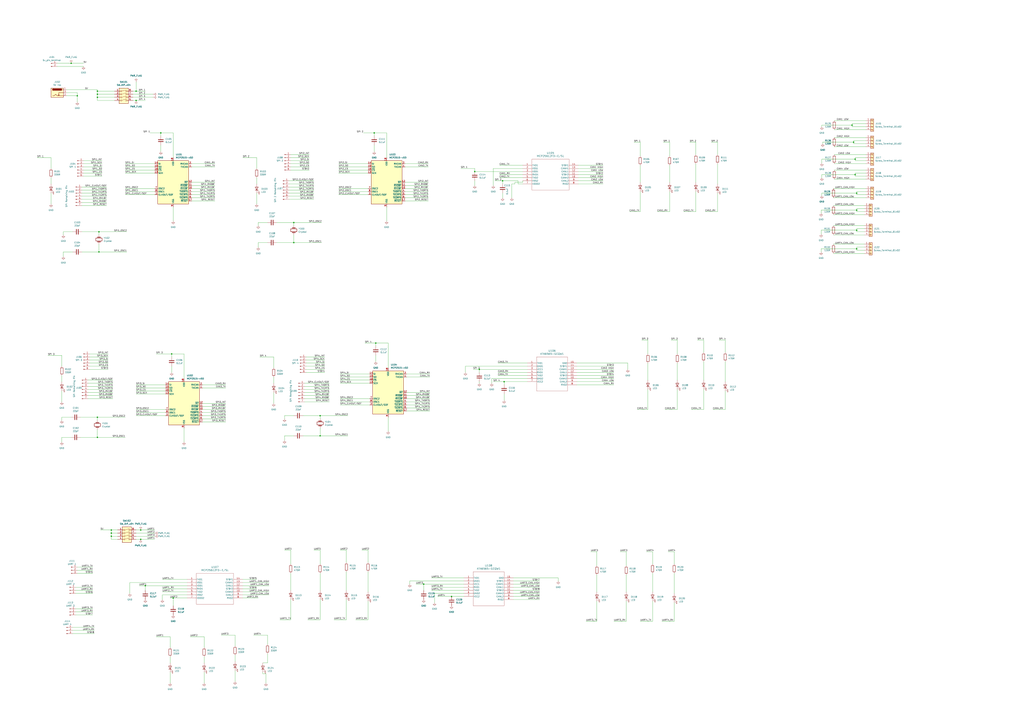
<source format=kicad_sch>
(kicad_sch (version 20230121) (generator eeschema)
  (paper "A1")
  (junction (at 389.89 140.97))
  (junction (at 703.58 158.75))
  (junction (at 80.01 74.93))
  (junction (at 91.44 435.61))
  (junction (at 414.02 313.69))
  (junction (at 80.01 80.01))
  (junction (at 119.38 481.33))
  (junction (at 80.01 77.47))
  (junction (at 699.77 102.87))
  (junction (at 703.58 172.72))
  (junction (at 115.57 435.61))
  (junction (at 347.98 480.06))
  (junction (at 393.7 303.53))
  (junction (at 307.34 109.22))
  (junction (at 412.75 148.59))
  (junction (at 132.08 109.22))
  (junction (at 142.24 491.49))
  (junction (at 701.04 116.84))
  (junction (at 241.3 199.39))
  (junction (at 115.57 443.23))
  (junction (at 80.01 342.9))
  (junction (at 262.89 341.63))
  (junction (at 91.44 440.69))
  (junction (at 140.97 290.83))
  (junction (at 370.84 490.22))
  (junction (at 702.31 130.81))
  (junction (at 241.3 182.88))
  (junction (at 81.28 207.01))
  (junction (at 702.31 143.51))
  (junction (at 262.89 358.14))
  (junction (at 703.58 189.23))
  (junction (at 58.42 52.07))
  (junction (at 703.58 204.47))
  (junction (at 111.76 82.55))
  (junction (at 111.76 74.93))
  (junction (at 81.28 190.5))
  (junction (at 63.5 78.74))
  (junction (at 91.44 438.15))
  (junction (at 80.01 359.41))
  (junction (at 308.61 281.94))
  (wire (pts (xy 703.58 172.72) (xy 674.37 172.72)))
  (wire (pts (xy 421.64 492.76) (xy 443.23 492.76)))
  (wire (pts (xy 241.3 358.14) (xy 233.68 358.14)))
  (wire (pts (xy 709.93 187.96) (xy 703.58 187.96)))
  (wire (pts (xy 699.77 102.87) (xy 675.005 102.87)))
  (wire (pts (xy 675.005 130.81) (xy 675.005 133.985)))
  (wire (pts (xy 157.48 160.02) (xy 176.53 160.02)))
  (wire (pts (xy 370.84 490.22) (xy 381 490.22)))
  (wire (pts (xy 703.58 157.48) (xy 703.58 158.75)))
  (wire (pts (xy 106.68 478.79) (xy 153.67 478.79)))
  (wire (pts (xy 703.58 171.45) (xy 703.58 172.72)))
  (wire (pts (xy 102.87 139.7) (xy 127 139.7)))
  (wire (pts (xy 703.58 158.75) (xy 675.005 158.75)))
  (wire (pts (xy 421.64 474.98) (xy 458.47 474.98)))
  (wire (pts (xy 709.93 203.2) (xy 703.58 203.2)))
  (wire (pts (xy 334.01 325.12) (xy 353.06 325.12)))
  (wire (pts (xy 224.79 322.58) (xy 224.79 331.47)))
  (wire (pts (xy 685.165 120.65) (xy 711.2 120.65)))
  (wire (pts (xy 167.64 552.45) (xy 167.64 561.34)))
  (wire (pts (xy 111.76 336.55) (xy 135.89 336.55)))
  (wire (pts (xy 50.8 308.61) (xy 50.8 313.69)))
  (wire (pts (xy 80.01 77.47) (xy 80.01 80.01)))
  (wire (pts (xy 58.42 359.41) (xy 50.8 359.41)))
  (wire (pts (xy 278.13 134.62) (xy 302.26 134.62)))
  (wire (pts (xy 685.165 127) (xy 711.2 127)))
  (wire (pts (xy 389.89 138.43) (xy 389.89 140.97)))
  (wire (pts (xy 590.55 279.4) (xy 595.63 279.4)))
  (wire (pts (xy 336.55 477.52) (xy 336.55 480.06)))
  (wire (pts (xy 111.76 339.09) (xy 135.89 339.09)))
  (wire (pts (xy 167.64 532.13) (xy 167.64 523.24)))
  (wire (pts (xy 262.89 358.14) (xy 285.75 358.14)))
  (wire (pts (xy 241.3 193.04) (xy 241.3 199.39)))
  (wire (pts (xy 546.1 336.55) (xy 556.26 336.55)))
  (wire (pts (xy 241.3 182.88) (xy 227.33 182.88)))
  (wire (pts (xy 237.49 158.75) (xy 257.81 158.75)))
  (wire (pts (xy 102.87 157.48) (xy 127 157.48)))
  (wire (pts (xy 46.99 54.61) (xy 68.58 54.61)))
  (wire (pts (xy 525.78 510.54) (xy 535.94 510.54)))
  (wire (pts (xy 553.72 471.17) (xy 553.72 487.68)))
  (wire (pts (xy 473.71 308.61) (xy 504.19 308.61)))
  (wire (pts (xy 133.35 483.87) (xy 153.67 483.87)))
  (wire (pts (xy 262.89 471.17) (xy 262.89 485.14)))
  (wire (pts (xy 262.89 463.55) (xy 262.89 452.12)))
  (wire (pts (xy 142.24 170.18) (xy 142.24 181.61)))
  (wire (pts (xy 262.89 492.76) (xy 262.89 509.27)))
  (wire (pts (xy 490.22 494.03) (xy 490.22 510.54)))
  (wire (pts (xy 250.19 330.2) (xy 270.51 330.2)))
  (wire (pts (xy 262.89 341.63) (xy 248.92 341.63)))
  (wire (pts (xy 684.53 185.42) (xy 709.93 185.42)))
  (wire (pts (xy 299.72 281.94) (xy 308.61 281.94)))
  (wire (pts (xy 66.04 359.41) (xy 80.01 359.41)))
  (wire (pts (xy 699.77 101.6) (xy 699.77 102.87)))
  (wire (pts (xy 389.89 140.97) (xy 429.26 140.97)))
  (wire (pts (xy 279.4 330.2) (xy 303.53 330.2)))
  (wire (pts (xy 238.76 127) (xy 254 127)))
  (wire (pts (xy 39.37 292.1) (xy 50.8 292.1)))
  (wire (pts (xy 54.61 73.66) (xy 80.01 73.66)))
  (wire (pts (xy 73.66 290.83) (xy 88.9 290.83)))
  (wire (pts (xy 199.39 129.54) (xy 210.82 129.54)))
  (wire (pts (xy 709.93 171.45) (xy 703.58 171.45)))
  (wire (pts (xy 210.82 138.43) (xy 210.82 129.54)))
  (wire (pts (xy 251.46 303.53) (xy 266.7 303.53)))
  (wire (pts (xy 219.71 537.21) (xy 219.71 544.83)))
  (wire (pts (xy 111.76 438.15) (xy 127 438.15)))
  (wire (pts (xy 237.49 156.21) (xy 257.81 156.21)))
  (wire (pts (xy 433.07 311.15) (xy 403.86 311.15)))
  (wire (pts (xy 572.77 279.4) (xy 577.85 279.4)))
  (wire (pts (xy 151.13 351.79) (xy 151.13 363.22)))
  (wire (pts (xy 67.31 163.83) (xy 87.63 163.83)))
  (wire (pts (xy 509.27 453.39) (xy 514.35 453.39)))
  (wire (pts (xy 166.37 331.47) (xy 185.42 331.47)))
  (wire (pts (xy 59.69 207.01) (xy 52.07 207.01)))
  (wire (pts (xy 62.23 482.6) (xy 76.2 482.6)))
  (wire (pts (xy 68.58 137.16) (xy 83.82 137.16)))
  (wire (pts (xy 166.37 346.71) (xy 185.42 346.71)))
  (wire (pts (xy 111.76 82.55) (xy 119.38 82.55)))
  (wire (pts (xy 237.49 163.83) (xy 257.81 163.83)))
  (wire (pts (xy 474.98 143.51) (xy 495.3 143.51)))
  (wire (pts (xy 102.87 154.94) (xy 127 154.94)))
  (wire (pts (xy 420.37 151.13) (xy 422.91 151.13)))
  (wire (pts (xy 102.87 137.16) (xy 127 137.16)))
  (wire (pts (xy 589.28 127) (xy 589.28 116.84)))
  (wire (pts (xy 72.39 317.5) (xy 92.71 317.5)))
  (wire (pts (xy 393.7 303.53) (xy 433.07 303.53)))
  (wire (pts (xy 72.39 327.66) (xy 92.71 327.66)))
  (wire (pts (xy 59.69 515.62) (xy 77.47 515.62)))
  (wire (pts (xy 685.165 113.03) (xy 711.2 113.03)))
  (wire (pts (xy 80.01 342.9) (xy 66.04 342.9)))
  (wire (pts (xy 549.91 135.89) (xy 549.91 149.86)))
  (wire (pts (xy 523.24 336.55) (xy 532.13 336.55)))
  (wire (pts (xy 140.97 290.83) (xy 151.13 290.83)))
  (wire (pts (xy 67.31 156.21) (xy 87.63 156.21)))
  (wire (pts (xy 82.55 435.61) (xy 91.44 435.61)))
  (wire (pts (xy 81.28 190.5) (xy 104.14 190.5)))
  (wire (pts (xy 279.4 332.74) (xy 303.53 332.74)))
  (wire (pts (xy 485.14 453.39) (xy 490.22 453.39)))
  (wire (pts (xy 157.48 152.4) (xy 176.53 152.4)))
  (wire (pts (xy 80.01 359.41) (xy 102.87 359.41)))
  (wire (pts (xy 490.22 464.82) (xy 490.22 453.39)))
  (wire (pts (xy 382.27 300.99) (xy 433.07 300.99)))
  (wire (pts (xy 238.76 129.54) (xy 254 129.54)))
  (wire (pts (xy 199.39 486.41) (xy 220.98 486.41)))
  (wire (pts (xy 278.13 157.48) (xy 302.26 157.48)))
  (wire (pts (xy 389.89 148.59) (xy 389.89 152.4)))
  (wire (pts (xy 279.4 312.42) (xy 303.53 312.42)))
  (wire (pts (xy 317.5 129.54) (xy 317.5 109.22)))
  (wire (pts (xy 132.08 119.38) (xy 132.08 124.46)))
  (wire (pts (xy 553.72 463.55) (xy 553.72 453.39)))
  (wire (pts (xy 378.46 138.43) (xy 389.89 138.43)))
  (wire (pts (xy 685.165 147.32) (xy 711.2 147.32)))
  (wire (pts (xy 525.78 157.48) (xy 525.78 173.99)))
  (wire (pts (xy 278.13 137.16) (xy 302.26 137.16)))
  (wire (pts (xy 215.9 544.83) (xy 219.71 544.83)))
  (wire (pts (xy 490.22 472.44) (xy 490.22 486.41)))
  (wire (pts (xy 50.8 359.41) (xy 50.8 363.22)))
  (wire (pts (xy 473.71 316.23) (xy 504.19 316.23)))
  (wire (pts (xy 684.53 154.94) (xy 711.2 154.94)))
  (wire (pts (xy 307.34 109.22) (xy 317.5 109.22)))
  (wire (pts (xy 703.58 173.99) (xy 709.93 173.99)))
  (wire (pts (xy 308.61 281.94) (xy 318.77 281.94)))
  (wire (pts (xy 80.01 80.01) (xy 93.98 80.01)))
  (wire (pts (xy 262.89 344.17) (xy 262.89 341.63)))
  (wire (pts (xy 278.13 139.7) (xy 302.26 139.7)))
  (wire (pts (xy 332.74 160.02) (xy 351.79 160.02)))
  (wire (pts (xy 393.7 314.96) (xy 393.7 313.69)))
  (wire (pts (xy 703.58 204.47) (xy 703.58 205.74)))
  (wire (pts (xy 551.18 279.4) (xy 556.26 279.4)))
  (wire (pts (xy 408.94 308.61) (xy 433.07 308.61)))
  (wire (pts (xy 63.5 471.17) (xy 76.2 471.17)))
  (wire (pts (xy 584.2 116.84) (xy 589.28 116.84)))
  (wire (pts (xy 166.37 318.77) (xy 185.42 318.77)))
  (wire (pts (xy 212.09 182.88) (xy 212.09 185.42)))
  (wire (pts (xy 332.74 137.16) (xy 351.79 137.16)))
  (wire (pts (xy 41.91 138.43) (xy 41.91 129.54)))
  (wire (pts (xy 67.31 207.01) (xy 81.28 207.01)))
  (wire (pts (xy 674.37 189.23) (xy 674.37 192.405)))
  (wire (pts (xy 133.35 488.95) (xy 153.67 488.95)))
  (wire (pts (xy 684.53 193.04) (xy 709.93 193.04)))
  (wire (pts (xy 685.165 134.62) (xy 711.2 134.62)))
  (wire (pts (xy 514.35 494.03) (xy 514.35 510.54)))
  (wire (pts (xy 80.01 345.44) (xy 80.01 342.9)))
  (wire (pts (xy 675.005 102.87) (xy 675.005 104.14)))
  (wire (pts (xy 151.13 311.15) (xy 151.13 290.83)))
  (wire (pts (xy 238.76 137.16) (xy 254 137.16)))
  (wire (pts (xy 474.98 146.05) (xy 495.3 146.05)))
  (wire (pts (xy 334.01 332.74) (xy 353.06 332.74)))
  (wire (pts (xy 67.31 153.67) (xy 87.63 153.67)))
  (wire (pts (xy 63.5 468.63) (xy 76.2 468.63)))
  (wire (pts (xy 685.165 139.7) (xy 711.2 139.7)))
  (wire (pts (xy 429.26 151.13) (xy 425.45 151.13)))
  (wire (pts (xy 72.39 322.58) (xy 92.71 322.58)))
  (wire (pts (xy 237.49 161.29) (xy 257.81 161.29)))
  (wire (pts (xy 278.13 160.02) (xy 302.26 160.02)))
  (wire (pts (xy 250.19 320.04) (xy 270.51 320.04)))
  (wire (pts (xy 703.58 205.74) (xy 709.93 205.74)))
  (wire (pts (xy 133.35 486.41) (xy 153.67 486.41)))
  (wire (pts (xy 63.5 76.2) (xy 63.5 78.74)))
  (wire (pts (xy 354.33 485.14) (xy 381 485.14)))
  (wire (pts (xy 711.2 142.24) (xy 702.31 142.24)))
  (wire (pts (xy 199.39 481.33) (xy 220.98 481.33)))
  (wire (pts (xy 334.01 307.34) (xy 353.06 307.34)))
  (wire (pts (xy 210.82 146.05) (xy 210.82 151.13)))
  (wire (pts (xy 406.4 148.59) (xy 412.75 148.59)))
  (wire (pts (xy 123.19 109.22) (xy 132.08 109.22)))
  (wire (pts (xy 109.22 77.47) (xy 125.73 77.47)))
  (wire (pts (xy 157.48 134.62) (xy 176.53 134.62)))
  (wire (pts (xy 359.41 490.22) (xy 370.84 490.22)))
  (wire (pts (xy 595.63 297.18) (xy 595.63 313.69)))
  (wire (pts (xy 318.77 302.26) (xy 318.77 281.94)))
  (wire (pts (xy 539.75 173.99) (xy 549.91 173.99)))
  (wire (pts (xy 241.3 182.88) (xy 264.16 182.88)))
  (wire (pts (xy 556.26 290.83) (xy 556.26 279.4)))
  (wire (pts (xy 284.48 462.28) (xy 284.48 452.12)))
  (wire (pts (xy 59.69 190.5) (xy 52.07 190.5)))
  (wire (pts (xy 274.32 509.27) (xy 284.48 509.27)))
  (wire (pts (xy 115.57 435.61) (xy 127 435.61)))
  (wire (pts (xy 219.71 529.59) (xy 219.71 521.97)))
  (wire (pts (xy 106.68 478.79) (xy 106.68 487.68)))
  (wire (pts (xy 199.39 483.87) (xy 210.82 483.87)))
  (wire (pts (xy 50.8 342.9) (xy 50.8 345.44)))
  (wire (pts (xy 393.7 306.07) (xy 393.7 303.53)))
  (wire (pts (xy 334.01 322.58) (xy 353.06 322.58)))
  (wire (pts (xy 73.66 293.37) (xy 88.9 293.37)))
  (wire (pts (xy 520.7 116.84) (xy 525.78 116.84)))
  (wire (pts (xy 684.53 200.66) (xy 709.93 200.66)))
  (wire (pts (xy 535.94 463.55) (xy 535.94 453.39)))
  (wire (pts (xy 279.4 307.34) (xy 303.53 307.34)))
  (wire (pts (xy 233.68 452.12) (xy 238.76 452.12)))
  (wire (pts (xy 128.27 523.24) (xy 139.7 523.24)))
  (wire (pts (xy 711.2 101.6) (xy 699.77 101.6)))
  (wire (pts (xy 347.98 480.06) (xy 347.98 485.14)))
  (wire (pts (xy 332.74 157.48) (xy 351.79 157.48)))
  (wire (pts (xy 250.19 325.12) (xy 270.51 325.12)))
  (wire (pts (xy 548.64 453.39) (xy 553.72 453.39)))
  (wire (pts (xy 595.63 289.56) (xy 595.63 279.4)))
  (wire (pts (xy 80.01 77.47) (xy 93.98 77.47)))
  (wire (pts (xy 132.08 109.22) (xy 142.24 109.22)))
  (wire (pts (xy 52.07 190.5) (xy 52.07 193.04)))
  (wire (pts (xy 421.64 485.14) (xy 443.23 485.14)))
  (wire (pts (xy 332.74 149.86) (xy 351.79 149.86)))
  (wire (pts (xy 684.53 176.53) (xy 709.93 176.53)))
  (wire (pts (xy 73.66 298.45) (xy 88.9 298.45)))
  (wire (pts (xy 212.09 491.49) (xy 199.39 491.49)))
  (wire (pts (xy 421.64 490.22) (xy 443.23 490.22)))
  (wire (pts (xy 250.19 314.96) (xy 270.51 314.96)))
  (wire (pts (xy 532.13 290.83) (xy 532.13 279.4)))
  (wire (pts (xy 251.46 306.07) (xy 266.7 306.07)))
  (wire (pts (xy 566.42 116.84) (xy 571.5 116.84)))
  (wire (pts (xy 544.83 116.84) (xy 549.91 116.84)))
  (wire (pts (xy 702.31 143.51) (xy 675.005 143.51)))
  (wire (pts (xy 251.46 298.45) (xy 266.7 298.45)))
  (wire (pts (xy 238.76 492.76) (xy 238.76 509.27)))
  (wire (pts (xy 474.98 151.13) (xy 495.3 151.13)))
  (wire (pts (xy 212.09 199.39) (xy 212.09 203.2)))
  (wire (pts (xy 279.4 314.96) (xy 303.53 314.96)))
  (wire (pts (xy 382.27 300.99) (xy 382.27 306.07)))
  (wire (pts (xy 199.39 488.95) (xy 220.98 488.95)))
  (wire (pts (xy 59.69 518.16) (xy 77.47 518.16)))
  (wire (pts (xy 532.13 298.45) (xy 532.13 312.42)))
  (wire (pts (xy 62.23 502.92) (xy 76.2 502.92)))
  (wire (pts (xy 458.47 474.98) (xy 458.47 477.52)))
  (wire (pts (xy 307.34 119.38) (xy 307.34 124.46)))
  (wire (pts (xy 63.5 78.74) (xy 63.5 83.82)))
  (wire (pts (xy 111.76 318.77) (xy 135.89 318.77)))
  (wire (pts (xy 279.4 452.12) (xy 284.48 452.12)))
  (wire (pts (xy 58.42 52.07) (xy 68.58 52.07)))
  (wire (pts (xy 473.71 306.07) (xy 504.19 306.07)))
  (wire (pts (xy 674.37 172.72) (xy 674.37 175.26)))
  (wire (pts (xy 166.37 316.23) (xy 185.42 316.23)))
  (wire (pts (xy 46.99 52.07) (xy 58.42 52.07)))
  (wire (pts (xy 474.98 138.43) (xy 495.3 138.43)))
  (wire (pts (xy 474.98 148.59) (xy 495.3 148.59)))
  (wire (pts (xy 473.71 298.45) (xy 515.62 298.45)))
  (wire (pts (xy 166.37 334.01) (xy 185.42 334.01)))
  (wire (pts (xy 67.31 166.37) (xy 87.63 166.37)))
  (wire (pts (xy 410.21 135.89) (xy 429.26 135.89)))
  (wire (pts (xy 334.01 327.66) (xy 353.06 327.66)))
  (wire (pts (xy 414.02 316.23) (xy 414.02 313.69)))
  (wire (pts (xy 80.01 80.01) (xy 80.01 82.55)))
  (wire (pts (xy 237.49 148.59) (xy 257.81 148.59)))
  (wire (pts (xy 81.28 193.04) (xy 81.28 190.5)))
  (wire (pts (xy 80.01 353.06) (xy 80.01 359.41)))
  (wire (pts (xy 421.64 477.52) (xy 443.23 477.52)))
  (wire (pts (xy 577.85 297.18) (xy 577.85 312.42)))
  (wire (pts (xy 412.75 158.75) (xy 412.75 162.56)))
  (wire (pts (xy 238.76 463.55) (xy 238.76 452.12)))
  (wire (pts (xy 703.58 172.72) (xy 703.58 173.99)))
  (wire (pts (xy 702.31 143.51) (xy 702.31 144.78)))
  (wire (pts (xy 421.64 482.6) (xy 443.23 482.6)))
  (wire (pts (xy 703.58 187.96) (xy 703.58 189.23)))
  (wire (pts (xy 67.31 158.75) (xy 87.63 158.75)))
  (wire (pts (xy 711.2 115.57) (xy 701.04 115.57)))
  (wire (pts (xy 702.31 142.24) (xy 702.31 143.51)))
  (wire (pts (xy 102.87 134.62) (xy 127 134.62)))
  (wire (pts (xy 332.74 134.62) (xy 351.79 134.62)))
  (wire (pts (xy 262.89 351.79) (xy 262.89 358.14)))
  (wire (pts (xy 238.76 132.08) (xy 254 132.08)))
  (wire (pts (xy 252.73 509.27) (xy 262.89 509.27)))
  (wire (pts (xy 50.8 300.99) (xy 50.8 292.1)))
  (wire (pts (xy 711.2 157.48) (xy 703.58 157.48)))
  (wire (pts (xy 422.91 149.86) (xy 429.26 149.86)))
  (wire (pts (xy 504.19 510.54) (xy 514.35 510.54)))
  (wire (pts (xy 166.37 336.55) (xy 185.42 336.55)))
  (wire (pts (xy 128.27 290.83) (xy 140.97 290.83)))
  (wire (pts (xy 675.005 158.75) (xy 675.005 160.655)))
  (wire (pts (xy 262.89 341.63) (xy 285.75 341.63)))
  (wire (pts (xy 81.28 190.5) (xy 67.31 190.5)))
  (wire (pts (xy 193.04 551.18) (xy 193.04 560.07)))
  (wire (pts (xy 157.48 165.1) (xy 176.53 165.1)))
  (wire (pts (xy 109.22 80.01) (xy 125.73 80.01)))
  (wire (pts (xy 241.3 341.63) (xy 233.68 341.63)))
  (wire (pts (xy 473.71 303.53) (xy 504.19 303.53)))
  (wire (pts (xy 549.91 128.27) (xy 549.91 116.84)))
  (wire (pts (xy 80.01 74.93) (xy 93.98 74.93)))
  (wire (pts (xy 111.76 341.63) (xy 135.89 341.63)))
  (wire (pts (xy 133.35 476.25) (xy 153.67 476.25)))
  (wire (pts (xy 142.24 129.54) (xy 142.24 109.22)))
  (wire (pts (xy 414.02 323.85) (xy 414.02 328.93)))
  (wire (pts (xy 577.85 320.04) (xy 577.85 336.55)))
  (wire (pts (xy 535.94 494.03) (xy 535.94 510.54)))
  (wire (pts (xy 571.5 157.48) (xy 571.5 173.99)))
  (wire (pts (xy 571.5 134.62) (xy 571.5 149.86)))
  (wire (pts (xy 73.66 295.91) (xy 88.9 295.91)))
  (wire (pts (xy 278.13 142.24) (xy 302.26 142.24)))
  (wire (pts (xy 414.02 313.69) (xy 433.07 313.69)))
  (wire (pts (xy 703.58 189.23) (xy 703.58 190.5)))
  (wire (pts (xy 111.76 435.61) (xy 115.57 435.61)))
  (wire (pts (xy 91.44 438.15) (xy 96.52 438.15)))
  (wire (pts (xy 157.48 149.86) (xy 176.53 149.86)))
  (wire (pts (xy 229.87 509.27) (xy 238.76 509.27)))
  (wire (pts (xy 213.36 293.37) (xy 224.79 293.37)))
  (wire (pts (xy 699.77 102.87) (xy 699.77 104.14)))
  (wire (pts (xy 388.62 303.53) (xy 393.7 303.53)))
  (wire (pts (xy 332.74 165.1) (xy 351.79 165.1)))
  (wire (pts (xy 561.34 173.99) (xy 571.5 173.99)))
  (wire (pts (xy 73.66 303.53) (xy 88.9 303.53)))
  (wire (pts (xy 473.71 313.69) (xy 504.19 313.69)))
  (wire (pts (xy 238.76 471.17) (xy 238.76 485.14)))
  (wire (pts (xy 703.58 190.5) (xy 709.93 190.5)))
  (wire (pts (xy 250.19 327.66) (xy 270.51 327.66)))
  (wire (pts (xy 308.61 284.48) (xy 308.61 281.94)))
  (wire (pts (xy 41.91 158.75) (xy 41.91 167.64)))
  (wire (pts (xy 119.38 481.33) (xy 119.38 485.14)))
  (wire (pts (xy 80.01 74.93) (xy 80.01 77.47)))
  (wire (pts (xy 684.53 162.56) (xy 711.2 162.56)))
  (wire (pts (xy 525.78 135.89) (xy 525.78 149.86)))
  (wire (pts (xy 405.13 138.43) (xy 405.13 152.4)))
  (wire (pts (xy 474.98 140.97) (xy 495.3 140.97)))
  (wire (pts (xy 481.33 510.54) (xy 490.22 510.54)))
  (wire (pts (xy 218.44 553.72) (xy 218.44 561.34)))
  (wire (pts (xy 119.38 481.33) (xy 153.67 481.33)))
  (wire (pts (xy 111.76 316.23) (xy 135.89 316.23)))
  (wire (pts (xy 166.37 344.17) (xy 185.42 344.17)))
  (wire (pts (xy 410.21 146.05) (xy 429.26 146.05)))
  (wire (pts (xy 422.91 151.13) (xy 422.91 149.86)))
  (wire (pts (xy 334.01 330.2) (xy 353.06 330.2)))
  (wire (pts (xy 298.45 109.22) (xy 307.34 109.22)))
  (wire (pts (xy 72.39 320.04) (xy 92.71 320.04)))
  (wire (pts (xy 62.23 485.14) (xy 76.2 485.14)))
  (wire (pts (xy 701.04 116.84) (xy 701.04 118.11)))
  (wire (pts (xy 215.9 552.45) (xy 215.9 553.72)))
  (wire (pts (xy 241.3 185.42) (xy 241.3 182.88)))
  (wire (pts (xy 68.58 139.7) (xy 83.82 139.7)))
  (wire (pts (xy 142.24 491.49) (xy 153.67 491.49)))
  (wire (pts (xy 250.19 317.5) (xy 270.51 317.5)))
  (wire (pts (xy 233.68 358.14) (xy 233.68 361.95)))
  (wire (pts (xy 224.79 302.26) (xy 224.79 293.37)))
  (wire (pts (xy 67.31 161.29) (xy 87.63 161.29)))
  (wire (pts (xy 308.61 292.1) (xy 308.61 297.18)))
  (wire (pts (xy 193.04 538.48) (xy 193.04 543.56)))
  (wire (pts (xy 91.44 443.23) (xy 96.52 443.23)))
  (wire (pts (xy 702.31 130.81) (xy 675.005 130.81)))
  (wire (pts (xy 292.1 509.27) (xy 302.26 509.27)))
  (wire (pts (xy 685.165 106.68) (xy 711.2 106.68)))
  (wire (pts (xy 111.76 74.93) (xy 119.38 74.93)))
  (wire (pts (xy 408.94 298.45) (xy 433.07 298.45)))
  (wire (pts (xy 68.58 144.78) (xy 83.82 144.78)))
  (wire (pts (xy 278.13 154.94) (xy 302.26 154.94)))
  (wire (pts (xy 91.44 440.69) (xy 96.52 440.69)))
  (wire (pts (xy 199.39 478.79) (xy 220.98 478.79)))
  (wire (pts (xy 73.66 300.99) (xy 88.9 300.99)))
  (wire (pts (xy 219.71 199.39) (xy 212.09 199.39)))
  (wire (pts (xy 514.35 472.44) (xy 514.35 486.41)))
  (wire (pts (xy 251.46 293.37) (xy 266.7 293.37)))
  (wire (pts (xy 132.08 111.76) (xy 132.08 109.22)))
  (wire (pts (xy 248.92 358.14) (xy 262.89 358.14)))
  (wire (pts (xy 133.35 488.95) (xy 133.35 492.76)))
  (wire (pts (xy 63.5 78.74) (xy 54.61 78.74)))
  (wire (pts (xy 556.26 298.45) (xy 556.26 312.42)))
  (wire (pts (xy 227.33 199.39) (xy 241.3 199.39)))
  (wire (pts (xy 675.005 143.51) (xy 675.005 146.05)))
  (wire (pts (xy 257.81 452.12) (xy 262.89 452.12)))
  (wire (pts (xy 702.31 144.78) (xy 711.2 144.78)))
  (wire (pts (xy 81.28 207.01) (xy 104.14 207.01)))
  (wire (pts (xy 102.87 160.02) (xy 127 160.02)))
  (wire (pts (xy 579.12 173.99) (xy 589.28 173.99)))
  (wire (pts (xy 72.39 314.96) (xy 92.71 314.96)))
  (wire (pts (xy 102.87 142.24) (xy 127 142.24)))
  (wire (pts (xy 302.26 469.9) (xy 302.26 486.41)))
  (wire (pts (xy 703.58 189.23) (xy 674.37 189.23)))
  (wire (pts (xy 403.86 311.15) (xy 403.86 314.96)))
  (wire (pts (xy 317.5 170.18) (xy 317.5 181.61)))
  (wire (pts (xy 703.58 160.02) (xy 711.2 160.02)))
  (wire (pts (xy 515.62 298.45) (xy 515.62 303.53)))
  (wire (pts (xy 702.31 132.08) (xy 711.2 132.08)))
  (wire (pts (xy 702.31 130.81) (xy 702.31 132.08)))
  (wire (pts (xy 215.9 553.72) (xy 218.44 553.72)))
  (wire (pts (xy 549.91 157.48) (xy 549.91 173.99)))
  (wire (pts (xy 91.44 440.69) (xy 91.44 443.23)))
  (wire (pts (xy 58.42 342.9) (xy 50.8 342.9)))
  (wire (pts (xy 114.3 481.33) (xy 119.38 481.33)))
  (wire (pts (xy 91.44 438.15) (xy 91.44 440.69)))
  (wire (pts (xy 356.87 487.68) (xy 356.87 495.3)))
  (wire (pts (xy 532.13 320.04) (xy 532.13 336.55)))
  (wire (pts (xy 711.2 129.54) (xy 702.31 129.54)))
  (wire (pts (xy 67.31 168.91) (xy 87.63 168.91)))
  (wire (pts (xy 425.45 151.13) (xy 425.45 148.59)))
  (wire (pts (xy 62.23 487.68) (xy 76.2 487.68)))
  (wire (pts (xy 238.76 139.7) (xy 254 139.7)))
  (wire (pts (xy 354.33 482.6) (xy 381 482.6)))
  (wire (pts (xy 701.04 116.84) (xy 675.64 116.84)))
  (wire (pts (xy 54.61 76.2) (xy 63.5 76.2)))
  (wire (pts (xy 251.46 300.99) (xy 266.7 300.99)))
  (wire (pts (xy 589.28 134.62) (xy 589.28 151.13)))
  (wire (pts (xy 30.48 129.54) (xy 41.91 129.54)))
  (wire (pts (xy 307.34 111.76) (xy 307.34 109.22)))
  (wire (pts (xy 473.71 311.15) (xy 504.19 311.15)))
  (wire (pts (xy 703.58 158.75) (xy 703.58 160.02)))
  (wire (pts (xy 238.76 134.62) (xy 254 134.62)))
  (wire (pts (xy 571.5 127) (xy 571.5 116.84)))
  (wire (pts (xy 279.4 309.88) (xy 303.53 309.88)))
  (wire (pts (xy 703.58 203.2) (xy 703.58 204.47)))
  (wire (pts (xy 109.22 74.93) (xy 111.76 74.93)))
  (wire (pts (xy 347.98 480.06) (xy 381 480.06)))
  (wire (pts (xy 567.69 336.55) (xy 577.85 336.55)))
  (wire (pts (xy 91.44 435.61) (xy 91.44 438.15)))
  (wire (pts (xy 405.13 313.69) (xy 414.02 313.69)))
  (wire (pts (xy 59.69 520.7) (xy 77.47 520.7)))
  (wire (pts (xy 250.19 322.58) (xy 270.51 322.58)))
  (wire (pts (xy 332.74 162.56) (xy 351.79 162.56)))
  (wire (pts (xy 68.58 134.62) (xy 83.82 134.62)))
  (wire (pts (xy 525.78 128.27) (xy 525.78 116.84)))
  (wire (pts (xy 237.49 151.13) (xy 257.81 151.13)))
  (wire (pts (xy 429.26 149.86) (xy 429.26 148.59)))
  (wire (pts (xy 63.5 466.09) (xy 76.2 466.09)))
  (wire (pts (xy 111.76 443.23) (xy 115.57 443.23)))
  (wire (pts (xy 302.26 494.03) (xy 302.26 509.27)))
  (wire (pts (xy 553.72 495.3) (xy 553.72 510.54)))
  (wire (pts (xy 685.165 99.06) (xy 711.2 99.06)))
  (wire (pts (xy 381 487.68) (xy 356.87 487.68)))
  (wire (pts (xy 585.47 336.55) (xy 595.63 336.55)))
  (wire (pts (xy 279.4 327.66) (xy 303.53 327.66)))
  (wire (pts (xy 181.61 521.97) (xy 193.04 521.97)))
  (wire (pts (xy 421.64 487.68) (xy 443.23 487.68)))
  (wire (pts (xy 140.97 300.99) (xy 140.97 306.07)))
  (wire (pts (xy 589.28 158.75) (xy 589.28 173.99)))
  (wire (pts (xy 72.39 312.42) (xy 92.71 312.42)))
  (wire (pts (xy 50.8 321.31) (xy 50.8 330.2)))
  (wire (pts (xy 284.48 469.9) (xy 284.48 485.14)))
  (wire (pts (xy 139.7 491.49) (xy 142.24 491.49)))
  (wire (pts (xy 354.33 474.98) (xy 381 474.98)))
  (wire (pts (xy 302.26 462.28) (xy 302.26 452.12)))
  (wire (pts (xy 80.01 73.66) (xy 80.01 74.93)))
  (wire (pts (xy 341.63 480.06) (xy 347.98 480.06)))
  (wire (pts (xy 210.82 158.75) (xy 210.82 167.64)))
  (wire (pts (xy 208.28 521.97) (xy 219.71 521.97)))
  (wire (pts (xy 72.39 325.12) (xy 92.71 325.12)))
  (wire (pts (xy 543.56 510.54) (xy 553.72 510.54)))
  (wire (pts (xy 556.26 320.04) (xy 556.26 336.55)))
  (wire (pts (xy 684.53 168.91) (xy 709.93 168.91)))
  (wire (pts (xy 139.7 552.45) (xy 139.7 561.34)))
  (wire (pts (xy 684.53 208.28) (xy 709.93 208.28)))
  (wire (pts (xy 297.18 452.12) (xy 302.26 452.12)))
  (wire (pts (xy 111.76 440.69) (xy 127 440.69)))
  (wire (pts (xy 334.01 309.88) (xy 353.06 309.88)))
  (wire (pts (xy 157.48 154.94) (xy 176.53 154.94)))
  (wire (pts (xy 412.75 148.59) (xy 412.75 151.13)))
  (wire (pts (xy 140.97 293.37) (xy 140.97 290.83)))
  (wire (pts (xy 334.01 337.82) (xy 353.06 337.82)))
  (wire (pts (xy 199.39 476.25) (xy 210.82 476.25)))
  (wire (pts (xy 701.04 118.11) (xy 711.2 118.11)))
  (wire (pts (xy 157.48 137.16) (xy 176.53 137.16)))
  (wire (pts (xy 224.79 309.88) (xy 224.79 314.96)))
  (wire (pts (xy 595.63 321.31) (xy 595.63 336.55)))
  (wire (pts (xy 530.86 453.39) (xy 535.94 453.39)))
  (wire (pts (xy 425.45 148.59) (xy 412.75 148.59)))
  (wire (pts (xy 473.71 300.99) (xy 504.19 300.99)))
  (wire (pts (xy 167.64 539.75) (xy 167.64 544.83)))
  (wire (pts (xy 334.01 335.28) (xy 353.06 335.28)))
  (wire (pts (xy 139.7 532.13) (xy 139.7 523.24)))
  (wire (pts (xy 408.94 306.07) (xy 433.07 306.07)))
  (wire (pts (xy 674.37 204.47) (xy 674.37 207.01)))
  (wire (pts (xy 68.58 132.08) (xy 83.82 132.08)))
  (wire (pts (xy 332.74 154.94) (xy 351.79 154.94)))
  (wire (pts (xy 41.91 146.05) (xy 41.91 151.13)))
  (wire (pts (xy 233.68 341.63) (xy 233.68 344.17)))
  (wire (pts (xy 318.77 342.9) (xy 318.77 354.33)))
  (wire (pts (xy 421.64 480.06) (xy 443.23 480.06)))
  (wire (pts (xy 405.13 138.43) (xy 429.26 138.43)))
  (wire (pts (xy 193.04 530.86) (xy 193.04 521.97)))
  (wire (pts (xy 111.76 321.31) (xy 135.89 321.31)))
  (wire (pts (xy 142.24 491.49) (xy 142.24 497.84)))
  (wire (pts (xy 109.22 82.55) (xy 111.76 82.55)))
  (wire (pts (xy 237.49 153.67) (xy 257.81 153.67)))
  (wire (pts (xy 115.57 443.23) (xy 127 443.23)))
  (wire (pts (xy 219.71 182.88) (xy 212.09 182.88)))
  (wire (pts (xy 701.04 115.57) (xy 701.04 116.84)))
  (wire (pts (xy 577.85 289.56) (xy 577.85 279.4)))
  (wire (pts (xy 111.76 323.85) (xy 135.89 323.85)))
  (wire (pts (xy 527.05 279.4) (xy 532.13 279.4)))
  (wire (pts (xy 251.46 295.91) (xy 266.7 295.91)))
  (wire (pts (xy 62.23 500.38) (xy 76.2 500.38)))
  (wire (pts (xy 62.23 505.46) (xy 76.2 505.46)))
  (wire (pts (xy 139.7 539.75) (xy 139.7 544.83)))
  (wire (pts (xy 703.58 204.47) (xy 674.37 204.47)))
  (wire (pts (xy 535.94 471.17) (xy 535.94 486.41)))
  (wire (pts (xy 80.01 82.55) (xy 93.98 82.55)))
  (wire (pts (xy 675.64 116.84) (xy 675.64 118.11)))
  (wire (pts (xy 410.21 143.51) (xy 429.26 143.51)))
  (wire (pts (xy 516.89 173.99) (xy 525.78 173.99)))
  (wire (pts (xy 166.37 339.09) (xy 185.42 339.09)))
  (wire (pts (xy 241.3 199.39) (xy 264.16 199.39)))
  (wire (pts (xy 68.58 142.24) (xy 83.82 142.24)))
  (wire (pts (xy 514.35 464.82) (xy 514.35 453.39)))
  (wire (pts (xy 96.52 435.61) (xy 91.44 435.61)))
  (wire (pts (xy 332.74 152.4) (xy 351.79 152.4)))
  (wire (pts (xy 474.98 135.89) (xy 495.3 135.89)))
  (wire (pts (xy 81.28 200.66) (xy 81.28 207.01)))
  (wire (pts (xy 157.48 162.56) (xy 176.53 162.56)))
  (wire (pts (xy 156.21 523.24) (xy 167.64 523.24)))
  (wire (pts (xy 420.37 151.13) (xy 420.37 162.56)))
  (wire (pts (xy 284.48 492.76) (xy 284.48 509.27)))
  (wire (pts (xy 699.77 104.14) (xy 711.2 104.14)))
  (wire (pts (xy 111.76 67.31) (xy 111.76 74.93)))
  (wire (pts (xy 381 477.52) (xy 336.55 477.52)))
  (wire (pts (xy 157.48 157.48) (xy 176.53 157.48)))
  (wire (pts (xy 702.31 129.54) (xy 702.31 130.81)))
  (wire (pts (xy 166.37 341.63) (xy 185.42 341.63)))
  (wire (pts (xy 52.07 207.01) (xy 52.07 210.82)))
  (wire (pts (xy 80.01 342.9) (xy 102.87 342.9)))
  (label "UART3" (at 181.61 521.97 0))
  (label "CAN3_TX" (at 185.42 318.77 180))
  (label "UART1_RX" (at 76.2 468.63 180))
  (label "CAN1 HIGH" (at 495.3 138.43 180))
  (label "SPI3_OSC2" (at 102.87 342.9 180))
  (label "SPI3_TX1RTS" (at 92.71 317.5 180))
  (label "SPI 4" (at 213.36 293.37 0))
  (label "UART3" (at 341.63 480.06 0))
  (label "SPI1_TX1RTS" (at 87.63 158.75 180))
  (label "UART1" (at 233.68 452.12 0))
  (label "CAN3_RX" (at 546.1 336.55 0))
  (label "CAN1_TX" (at 410.21 135.89 0))
  (label "SPI1_INT" (at 83.82 132.08 180))
  (label "SPI3_TX1RTS" (at 185.42 341.63 180))
  (label "SPI1_RESET" (at 176.53 165.1 180))
  (label "UART3_RX" (at 504.19 510.54 0))
  (label "SPI1_TX2RTS" (at 87.63 161.29 180))
  (label "UART4_CAN_HIGH" (at 443.23 487.68 180))
  (label "CAN1_TX" (at 516.89 173.99 0))
  (label "SPI3_RX0BF" (at 185.42 334.01 180))
  (label "STBY4" (at 266.7 306.07 180))
  (label "UART4_TX" (at 525.78 510.54 0))
  (label "SPI2_CS" (at 278.13 139.7 0))
  (label "SPI2_INT" (at 351.79 149.86 180))
  (label "SPI1_RESET" (at 87.63 168.91 180))
  (label "SPI1_CS" (at 83.82 142.24 180))
  (label "STBY5" (at 210.82 476.25 180))
  (label "CAN1_RX" (at 410.21 143.51 0))
  (label "STBY8" (at 443.23 485.14 180))
  (label "CAN3 HIGH" (at 504.19 303.53 180))
  (label "CAN3 LOW" (at 504.19 306.07 180))
  (label "UART1" (at 257.81 452.12 0))
  (label "CAN4_TX" (at 567.69 336.55 0))
  (label "SPI2_TX1RTS" (at 257.81 153.67 180))
  (label "CAN2_TX" (at 410.21 146.05 0))
  (label "CAN3_RX" (at 185.42 316.23 180))
  (label "UART2_RX" (at 292.1 509.27 0))
  (label "SPI 2" (at 566.42 116.84 0))
  (label "CAN2_RX" (at 351.79 134.62 180))
  (label "SPI 4" (at 590.55 279.4 0))
  (label "UART3_RX" (at 76.2 502.92 180))
  (label "CAN2 HIGH" (at 495.3 146.05 180))
  (label "CAN1_RX" (at 539.75 173.99 0))
  (label "SPI1_OSC2" (at 104.14 190.5 180))
  (label "UART3" (at 485.14 453.39 0))
  (label "CAN2 HIGH" (at 687.07 113.03 0))
  (label "SPI4_SI" (at 266.7 298.45 180))
  (label "UART2" (at 297.18 452.12 0))
  (label "SPI1_SI" (at 102.87 134.62 0))
  (label "SPI3_RESET" (at 185.42 346.71 180))
  (label "UART1_CAN_HIGH" (at 685.8 154.94 0))
  (label "CAN4_RX" (at 353.06 307.34 180))
  (label "UART3_RX" (at 354.33 482.6 0))
  (label "SPI1_SCK" (at 83.82 134.62 180))
  (label "UART4" (at 127 443.23 180))
  (label "SPI2_TX2RTS" (at 257.81 156.21 180))
  (label "UART1" (at 127 435.61 180))
  (label "SPI1_SO" (at 83.82 139.7 180))
  (label "SPI 2" (at 199.39 129.54 0))
  (label "UART2_RX" (at 212.09 491.49 180))
  (label "STBY1" (at 495.3 135.89 180))
  (label "SPI 3" (at 388.62 303.53 0))
  (label "UART4_TX" (at 354.33 485.14 0))
  (label "UART4" (at 548.64 453.39 0))
  (label "CAN2 LOW" (at 495.3 148.59 180))
  (label "SPI2_RX1BF" (at 351.79 154.94 180))
  (label "SPI3_TX0RTS" (at 185.42 339.09 180))
  (label "SPI2_CLKOUT{slash}SOF" (at 257.81 148.59 180))
  (label "SPI4_RX1BF" (at 353.06 327.66 180))
  (label "SPI2_RESET" (at 351.79 165.1 180))
  (label "CAN1 HIGH" (at 687.07 106.68 0))
  (label "SPI2_RX0BF" (at 351.79 152.4 180))
  (label "SPI 1" (at 520.7 116.84 0))
  (label "SPI 1" (at 123.19 109.22 180))
  (label "SPI4_OSC2" (at 279.4 327.66 0))
  (label "SPI2_SCK" (at 278.13 142.24 0))
  (label "SPI1_OSC1" (at 102.87 157.48 0))
  (label "UART4_CAN_HIGH" (at 685.8 208.28 0))
  (label "UART2_TX" (at 76.2 482.6 180))
  (label "SPI2_TX2RTS" (at 351.79 162.56 180))
  (label "SPI 3" (at 551.18 279.4 0))
  (label "SPI3_CLKOUT{slash}SOF" (at 111.76 341.63 0))
  (label "SPI4_OSC2" (at 285.75 341.63 180))
  (label "SPI2_TX0RTS" (at 351.79 157.48 180))
  (label "UART3_TX" (at 76.2 500.38 180))
  (label "SPI4_TX2RTS" (at 353.06 335.28 180))
  (label "SPI3_INT" (at 185.42 331.47 180))
  (label "STBY4" (at 504.19 308.61 180))
  (label "SPI2_SI" (at 278.13 134.62 0))
  (label "STBY2" (at 495.3 143.51 180))
  (label "STBY7" (at 443.23 477.52 180))
  (label "UART3_CAN_LOW" (at 443.23 482.6 180))
  (label "CAN4_TX" (at 353.06 309.88 180))
  (label "CAN2_TX" (at 351.79 137.16 180))
  (label "UART4_TX" (at 77.47 515.62 180))
  (label "SPI4_SO" (at 266.7 300.99 180))
  (label "SPI 4" (at 119.38 82.55 180))
  (label "SPI 4" (at 405.13 313.69 0))
  (label "UART4" (at 530.86 453.39 0))
  (label "SPI2_SCK" (at 254 129.54 180))
  (label "SPI4_SI" (at 279.4 307.34 0))
  (label "SPI1_OSC2" (at 102.87 154.94 0))
  (label "UART3_TX" (at 481.33 510.54 0))
  (label "SPI2_INT" (at 254 127 180))
  (label "UART2" (at 279.4 452.12 0))
  (label "SPI1_OSC1" (at 104.14 207.01 180))
  (label "UART1_RX" (at 133.35 483.87 0))
  (label "UART3" (at 509.27 453.39 0))
  (label "SPI4_RX0BF" (at 353.06 325.12 180))
  (label "SPI4_CLKOUT{slash}SOF" (at 279.4 332.74 0))
  (label "SPI3_SO" (at 88.9 298.45 180))
  (label "SPI 1" (at 544.83 116.84 0))
  (label "UART2_CAN_HIGH" (at 685.8 176.53 0))
  (label "SPI2_OSC2" (at 278.13 154.94 0))
  (label "SPI 1" (at 119.38 74.93 180))
  (label "SPI 3" (at 119.38 80.01 180))
  (label "UART4" (at 208.28 521.97 0))
  (label "SPI4_RX1BF" (at 270.51 325.12 180))
  (label "SPI4_TX1RTS" (at 353.06 332.74 180))
  (label "SPI2_CS" (at 254 137.16 180))
  (label "UART1_CAN_LOW" (at 220.98 481.33 180))
  (label "SPI1_RX0BF" (at 87.63 166.37 180))
  (label "SPI3_OSC2" (at 111.76 336.55 0))
  (label "CAN3 HIGH" (at 688.34 134.62 0))
  (label "SPI1_CLKOUT{slash}SOF" (at 87.63 153.67 180))
  (label "SPI4_SCK" (at 279.4 314.96 0))
  (label "SPI3_INT" (at 88.9 290.83 180))
  (label "UART1_CAN_LOW" (at 685.8 162.56 0))
  (label "CAN1 LOW" (at 495.3 140.97 180))
  (label "SPI1_TX0RTS" (at 176.53 157.48 180))
  (label "CAN4 HIGH" (at 504.19 311.15 180))
  (label "STBY6" (at 76.2 487.68 180))
  (label "STBY2" (at 254 139.7 180))
  (label "SPI4_SO" (at 279.4 309.88 0))
  (label "STBY3" (at 88.9 303.53 180))
  (label "SPI4_SCK" (at 266.7 295.91 180))
  (label "CAN3_TX" (at 408.94 298.45 0))
  (label "CAN2_RX" (at 579.12 173.99 0))
  (label "SPI4_TX0RTS" (at 270.51 317.5 180))
  (label "SPI3_TX2RTS" (at 185.42 344.17 180))
  (label "SPI1_INT" (at 176.53 149.86 180))
  (label "SPI1_TX2RTS" (at 176.53 162.56 180))
  (label "UART3_CAN_HIGH" (at 685.8 185.42 0))
  (label "CAN2 LOW" (at 687.07 120.65 0))
  (label "SPI1_RX0BF" (at 176.53 152.4 180))
  (label "CAN4_TX" (at 408.94 308.61 0))
  (label "UART1" (at 114.3 481.33 0))
  (label "UART2" (at 139.7 491.49 0))
  (label "SPI3_TX0RTS" (at 92.71 314.96 180))
  (label "UART3_CAN_HIGH" (at 443.23 480.06 180))
  (label "SPI2_RX1BF" (at 257.81 158.75 180))
  (label "UART1_TX" (at 76.2 466.09 180))
  (label "SPI 1" (at 378.46 138.43 0))
  (label "SPI1_SCK" (at 102.87 142.24 0))
  (label "STBY7" (at 76.2 505.46 180))
  (label "SPI3_OSC1" (at 102.87 359.41 180))
  (label "5V" (at 69.85 73.66 0))
  (label "SPI 2" (at 119.38 77.47 180))
  (label "SPI 2" (at 298.45 109.22 180))
  (label "SPI4_CLKOUT{slash}SOF" (at 270.51 314.96 180))
  (label "SPI1_CS" (at 102.87 139.7 0))
  (label "SPI4_OSC1" (at 285.75 358.14 180))
  (label "SPI3_RESET" (at 92.71 327.66 180))
  (label "SPI 3" (at 128.27 290.83 0))
  (label "SPI 3" (at 39.37 292.1 0))
  (label "SPI 1" (at 30.48 129.54 0))
  (label "SPI4_OSC1" (at 279.4 330.2 0))
  (label "SPI4_TX0RTS" (at 353.06 330.2 180))
  (label "UART4" (at 359.41 490.22 0))
  (label "SPI1_SI" (at 83.82 137.16 180))
  (label "CAN1_TX" (at 176.53 137.16 180))
  (label "SPI3_OSC1" (at 111.76 339.09 0))
  (label "SPI3_SI" (at 88.9 295.91 180))
  (label "STBY1" (at 83.82 144.78 180))
  (label "SPI2_OSC1" (at 264.16 199.39 180))
  (label "SPI1_CLKOUT{slash}SOF" (at 102.87 160.02 0))
  (label "SPI1_TX1RTS" (at 176.53 160.02 180))
  (label "SPI2_OSC2" (at 264.16 182.88 180))
  (label "CAN4 HIGH" (at 687.07 147.32 0))
  (label "SPI4_RESET" (at 353.06 337.82 180))
  (label "SPI 2" (at 406.4 148.59 0))
  (label "UART1" (at 128.27 523.24 0))
  (label "5V" (at 82.55 435.61 0))
  (label "SPI2_OSC1" (at 278.13 157.48 0))
  (label "SPI2_SI" (at 254 132.08 180))
  (label "SPI4_INT" (at 353.06 322.58 180))
  (label "SPI3_CS" (at 88.9 300.99 180))
  (label "SPI 3" (at 527.05 279.4 0))
  (label "UART1_CAN_HIGH" (at 220.98 478.79 180))
  (label "SPI4_RX0BF" (at 270.51 327.66 180))
  (label "SPI3_SO" (at 111.76 318.77 0))
  (label "SPI4_RESET" (at 270.51 330.2 180))
  (label "SPI3_TX2RTS" (at 92.71 320.04 180))
  (label "UART4_RX" (at 77.47 518.16 180))
  (label "UART3_TX" (at 354.33 474.98 0))
  (label "SPI3_SCK" (at 88.9 293.37 180))
  (label "SPI2_RESET" (at 257.81 163.83 180))
  (label "UART3_CAN_LOW" (at 685.8 193.04 0))
  (label "UART4_RX" (at 443.23 492.76 180))
  (label "SPI2_RX0BF" (at 257.81 161.29 180))
  (label "SPI3_RX1BF" (at 185.42 336.55 180))
  (label "CAN4_RX" (at 504.19 316.23 180))
  (label "SPI3_SCK" (at 111.76 323.85 0))
  (label "UART2" (at 156.21 523.24 0))
  (label "UART3" (at 127 440.69 180))
  (label "SPI4_CS" (at 279.4 312.42 0))
  (label "STBY8" (at 77.47 520.7 180))
  (label "UART2_CAN_HIGH" (at 220.98 486.41 180))
  (label "SPI4_INT" (at 266.7 293.37 180))
  (label "SPI2_TX0RTS" (at 257.81 151.13 180))
  (label "CAN1_RX" (at 176.53 134.62 180))
  (label "SPI 2" (at 584.2 116.84 0))
  (label "UART4_CAN_LOW" (at 443.23 490.22 180))
  (label "SPI3_CS" (at 111.76 321.31 0))
  (label "CAN3 LOW" (at 688.34 127 0))
  (label "STBY5" (at 76.2 471.17 180))
  (label "CAN3_RX" (at 408.94 306.07 0))
  (label "SPI3_SI" (at 111.76 316.23 0))
  (label "UART2_CAN_LOW" (at 220.98 488.95 180))
  (label "UART2_TX" (at 274.32 509.27 0))
  (label "UART2" (at 127 438.15 180))
  (label "CAN4 LOW" (at 687.07 139.7 0))
  (label "UART2_CAN_LOW" (at 685.8 168.91 0))
  (label "UART4_CAN_LOW" (at 685.8 200.66 0))
  (label "SPI3_RX1BF" (at 92.71 322.58 180))
  (label "SPI 4" (at 572.77 279.4 0))
  (label "SPI3_RX0BF" (at 92.71 325.12 180))
  (label "CAN4 LOW" (at 504.19 313.69 180))
  (label "UART2_TX" (at 133.35 486.41 0))
  (label "SPI 4" (at 299.72 281.94 0))
  (label "5V" (at 68.58 52.07 0))
  (label "SPI1_SO" (at 102.87 137.16 0))
  (label "UART4_RX" (at 543.56 510.54 0))
  (label "SPI1_RX1BF" (at 176.53 154.94 180))
  (label "SPI1_RX1BF" (at 87.63 163.83 180))
  (label "SPI2_CLKOUT{slash}SOF" (at 278.13 160.02 0))
  (label "SPI4_TX2RTS" (at 270.51 322.58 180))
  (label "CAN1 LOW" (at 687.07 99.06 0))
  (label "STBY6" (at 210.82 483.87 180))
  (label "SPI1_TX0RTS" (at 87.63 156.21 180))
  (label "CAN3_TX" (at 523.24 336.55 0))
  (label "STBY3" (at 504.19 300.99 180))
  (label "SPI4_TX1RTS" (at 270.51 320.04 180))
  (label "UART1_TX" (at 229.87 509.27 0))
  (label "SPI4_CS" (at 266.7 303.53 180))
  (label "SPI3_CLKOUT{slash}SOF" (at 92.71 312.42 180))
  (label "CAN2_TX" (at 561.34 173.99 0))
  (label "CAN2_RX" (at 495.3 151.13 180))
  (label "SPI2_SO" (at 278.13 137.16 0))
  (label "CAN4_RX" (at 585.47 336.55 0))
  (label "SPI2_TX1RTS" (at 351.79 160.02 180))
  (label "SPI2_SO" (at 254 134.62 180))
  (label "UART1_RX" (at 252.73 509.27 0))
  (label "UART1_TX" (at 133.35 476.25 0))
  (label "UART2_RX" (at 76.2 485.14 180))
  (symbol (lib_id "Device:R") (at 193.04 534.67 0) (unit 1)
    (property "Reference" "R123" (at 195.58 533.4 0) (effects (justify left)))
    (property "Value" "330R" (at 195.58 535.94 0) (effects (justify left)))
    (property "Footprint" "Resistor_SMD:R_0805_2012Metric_Pad1.20x1.40mm_HandSolder" (effects hide))
  )
  (symbol (lib_id "power:GND") (at 674.37 207.01 0) (unit 1)
    (property "Reference" "#PWR0152" (effects hide))
    (property "Value" "GND" (at 674.37 212.09 0))
  )
  (symbol (lib_id "Device:LED") (at 50.8 317.5 90) (unit 1)
    (property "Reference" "D102" (at 54.61 317.8175 90) (effects (justify right)))
    (property "Value" "LED" (at 54.61 320.3575 90) (effects (justify right)))
    (property "Footprint" "LED_SMD:LED_1206_3216Metric_Pad1.42x1.75mm_HandSolder" (effects hide))
  )
  (symbol (lib_id "Device:LED") (at 224.79 318.77 90) (unit 1)
    (property "Reference" "D104" (at 228.6 319.0875 90) (effects (justify right)))
    (property "Value" "LED" (at 228.6 321.6275 90) (effects (justify right)))
    (property "Footprint" "LED_SMD:LED_1206_3216Metric_Pad1.42x1.75mm_HandSolder" (effects hide))
  )
  (symbol (lib_id "Connector:Conn_01x03_Pin") (at 57.15 502.92 0) (unit 1)
    (property "Reference" "J113" (at 57.785 495.3 0))
    (property "Value" "UART 3" (at 57.785 497.84 0))
    (property "Footprint" "Connector_PinHeader_2.54mm:PinHeader_1x03_P2.54mm_Vertical" (effects hide))
  )
  (symbol (lib_id "power:GND") (at 193.04 560.07 0) (unit 1)
    (property "Reference" "#PWR0143" (effects hide))
    (property "Value" "GND" (at 193.04 565.15 0))
  )
  (symbol (lib_id "Device:LED") (at 589.28 154.94 90) (unit 1)
    (property "Reference" "D111" (at 593.09 155.2575 90) (effects (justify right)))
    (property "Value" "LED" (at 593.09 157.7975 90) (effects (justify right)))
    (property "Footprint" "LED_SMD:LED_1206_3216Metric_Pad1.42x1.75mm_HandSolder" (effects hide))
  )
  (symbol (lib_id "Connector:Screw_Terminal_01x04") (at 716.28 142.24 0) (unit 1)
    (property "Reference" "J118" (at 718.82 142.24 0) (effects (justify left)))
    (property "Value" "Screw_Terminal_01x02" (at 718.82 144.78 0) (effects (justify left)))
    (property "Footprint" "TerminalBlock:TerminalBlock_bornier-4_P5.08mm" (effects hide))
  )
  (symbol (lib_id "Device:R") (at 571.5 130.81 0) (unit 1)
    (property "Reference" "R109" (at 574.04 129.54 0) (effects (justify left)))
    (property "Value" "470R" (at 574.04 132.08 0) (effects (justify left)))
    (property "Footprint" "Resistor_SMD:R_0805_2012Metric_Pad1.20x1.40mm_HandSolder" (effects hide))
  )
  (symbol (lib_id "Connector:Conn_01x07_Pin") (at 232.41 156.21 0) (unit 1)
    (property "Reference" "J107" (at 229.87 154.94 0))
    (property "Value" "SPI 2 Remaining Pin" (at 226.06 156.21 90))
    (property "Footprint" "Connector_PinHeader_2.54mm:PinHeader_1x07_P2.54mm_Vertical" (effects hide))
  )
  (symbol (lib_id "power:GND") (at 142.24 181.61 0) (unit 1)
    (property "Reference" "#PWR0111" (effects hide))
    (property "Value" "GND" (at 142.24 186.69 0))
  )
  (symbol (lib_id "Device:LED") (at 577.85 316.23 90) (unit 1)
    (property "Reference" "D110" (at 581.66 316.5475 90) (effects (justify right)))
    (property "Value" "LED" (at 581.66 319.0875 90) (effects (justify right)))
    (property "Footprint" "LED_SMD:LED_1206_3216Metric_Pad1.42x1.75mm_HandSolder" (effects hide))
  )
  (symbol (lib_id "Device:LED") (at 532.13 316.23 90) (unit 1)
    (property "Reference" "D106" (at 535.94 316.5475 90) (effects (justify right)))
    (property "Value" "LED" (at 535.94 319.0875 90) (effects (justify right)))
    (property "Footprint" "LED_SMD:LED_1206_3216Metric_Pad1.42x1.75mm_HandSolder" (effects hide))
  )
  (symbol (lib_id "Connector:Conn_01x07_Pin") (at 67.31 320.04 0) (unit 1)
    (property "Reference" "J105" (at 64.77 318.77 0))
    (property "Value" "SPI Remaining Pin" (at 60.96 317.5 90))
    (property "Footprint" "Connector_PinHeader_2.54mm:PinHeader_1x07_P2.54mm_Vertical" (effects hide))
  )
  (symbol (lib_id "power:GND") (at 68.58 54.61 0) (unit 1)
    (property "Reference" "#PWR0108" (effects hide))
    (property "Value" "GND" (at 68.58 59.69 0))
  )
  (symbol (lib_id "power:PWR_FLAG") (at 125.73 80.01 270) (unit 1)
    (property "Reference" "#FLG0104" (effects hide))
    (property "Value" "PWR_FLAG" (at 129.54 80.01 90) (effects (justify left)))
  )
  (symbol (lib_id "Device:C") (at 62.23 359.41 90) (unit 1)
    (property "Reference" "C102" (at 62.23 351.79 90))
    (property "Value" "22pF" (at 62.23 354.33 90))
    (property "Footprint" "Capacitor_SMD:C_0805_2012Metric_Pad1.18x1.45mm_HandSolder" (effects hide))
  )
  (symbol (lib_id "power:GND") (at 420.37 162.56 0) (unit 1)
    (property "Reference" "#PWR0130" (effects hide))
    (property "Value" "GND" (at 420.37 167.64 0))
  )
  (symbol (lib_id "power:GND") (at 139.7 561.34 0) (unit 1)
    (property "Reference" "#PWR0141" (effects hide))
    (property "Value" "GND" (at 139.7 566.42 0))
  )
  (symbol (lib_id "Switch:SW_DIP_x04") (at 101.6 80.01 0) (unit 1)
    (property "Reference" "SW101" (at 101.6 67.31 0))
    (property "Value" "SW_DIP_x04" (at 101.6 69.85 0))
    (property "Footprint" "Button_Switch_THT:SW_DIP_SPSTx04_Slide_9.78x12.34mm_W7.62mm_P2.54mm" (effects hide))
  )
  (symbol (lib_id "Device:R") (at 535.94 467.36 0) (unit 1)
    (property "Reference" "R119" (at 538.48 466.09 0) (effects (justify left)))
    (property "Value" "470R" (at 538.48 468.63 0) (effects (justify left)))
    (property "Footprint" "Resistor_SMD:R_0805_2012Metric_Pad1.20x1.40mm_HandSolder" (effects hide))
  )
  (symbol (lib_id "Device:R") (at 532.13 294.64 0) (unit 1)
    (property "Reference" "R106" (at 534.67 293.37 0) (effects (justify left)))
    (property "Value" "470R" (at 534.67 295.91 0) (effects (justify left)))
    (property "Footprint" "Resistor_SMD:R_0805_2012Metric_Pad1.20x1.40mm_HandSolder" (effects hide))
  )
  (symbol (lib_id "Device:Crystal") (at 241.3 189.23 90) (unit 1)
    (property "Reference" "Y103" (at 245.11 187.96 90) (effects (justify right)))
    (property "Value" "Crystal" (at 245.11 190.5 90) (effects (justify right)))
    (property "Footprint" "Crystal:Crystal_HC49-4H_Vertical" (effects hide))
  )
  (symbol (lib_id "power:GND") (at 308.61 297.18 0) (unit 1)
    (property "Reference" "#PWR0120" (effects hide))
    (property "Value" "GND" (at 308.61 302.26 0))
  )
  (symbol (lib_id "Device:C") (at 223.52 182.88 90) (unit 1)
    (property "Reference" "C107" (at 223.52 175.26 90))
    (property "Value" "22pF" (at 223.52 177.8 90))
    (property "Footprint" "Capacitor_SMD:C_0805_2012Metric_Pad1.18x1.45mm_HandSolder" (effects hide))
  )
  (symbol (lib_id "power:PWR_FLAG") (at 111.76 82.55 180) (unit 1)
    (property "Reference" "#FLG0103" (effects hide))
    (property "Value" "PWR_FLAG" (at 111.76 87.63 0))
  )
  (symbol (lib_id "Device:R") (at 514.35 468.63 0) (unit 1)
    (property "Reference" "R118" (at 516.89 467.36 0) (effects (justify left)))
    (property "Value" "470R" (at 516.89 469.9 0) (effects (justify left)))
    (property "Footprint" "Resistor_SMD:R_0805_2012Metric_Pad1.20x1.40mm_HandSolder" (effects hide))
  )
  (symbol (lib_id "Device:R") (at 139.7 535.94 0) (unit 1)
    (property "Reference" "R121" (at 142.24 534.67 0) (effects (justify left)))
    (property "Value" "330R" (at 142.24 537.21 0) (effects (justify left)))
    (property "Footprint" "Resistor_SMD:R_0805_2012Metric_Pad1.20x1.40mm_HandSolder" (effects hide))
  )
  (symbol (lib_id "Device:LED") (at 302.26 490.22 90) (unit 1)
    (property "Reference" "D116" (at 306.07 490.5375 90) (effects (justify right)))
    (property "Value" "LED" (at 306.07 493.0775 90) (effects (justify right)))
    (property "Footprint" "LED_SMD:LED_1206_3216Metric_Pad1.42x1.75mm_HandSolder" (effects hide))
  )
  (symbol (lib_id "Connector:Screw_Terminal_01x04") (at 715.01 187.96 0) (unit 1)
    (property "Reference" "J121" (at 717.55 187.96 0) (effects (justify left)))
    (property "Value" "Screw_Terminal_01x02" (at 717.55 190.5 0) (effects (justify left)))
    (property "Footprint" "TerminalBlock:TerminalBlock_bornier-4_P5.08mm" (effects hide))
  )
  (symbol (lib_id "Device:R") (at 262.89 467.36 0) (unit 1)
    (property "Reference" "R114" (at 265.43 466.09 0) (effects (justify left)))
    (property "Value" "470R" (at 265.43 468.63 0) (effects (justify left)))
    (property "Footprint" "Resistor_SMD:R_0805_2012Metric_Pad1.20x1.40mm_HandSolder" (effects hide))
  )
  (symbol (lib_id "power:GND") (at 389.89 152.4 0) (unit 1)
    (property "Reference" "#PWR0125" (effects hide))
    (property "Value" "GND" (at 389.89 157.48 0))
  )
  (symbol (lib_id "power:GND") (at 675.005 104.14 0) (unit 1)
    (property "Reference" "#PWR0139" (effects hide))
    (property "Value" "GND" (at 675.005 109.22 0))
  )
  (symbol (lib_id "power:GND") (at 393.7 314.96 0) (unit 1)
    (property "Reference" "#PWR0124" (effects hide))
    (property "Value" "GND" (at 393.7 320.04 0))
  )
  (symbol (lib_id "Device:LED") (at 549.91 153.67 90) (unit 1)
    (property "Reference" "D107" (at 553.72 153.9875 90) (effects (justify right)))
    (property "Value" "LED" (at 553.72 156.5275 90) (effects (justify right)))
    (property "Footprint" "LED_SMD:LED_1206_3216Metric_Pad1.42x1.75mm_HandSolder" (effects hide))
  )
  (symbol (lib_id "Device:C") (at 63.5 207.01 90) (unit 1)
    (property "Reference" "C104" (at 63.5 199.39 90))
    (property "Value" "22pF" (at 63.5 201.93 90))
    (property "Footprint" "Capacitor_SMD:C_0805_2012Metric_Pad1.18x1.45mm_HandSolder" (effects hide))
  )
  (symbol (lib_id "power:GND") (at 403.86 314.96 0) (unit 1)
    (property "Reference" "#PWR0145" (effects hide))
    (property "Value" "GND" (at 403.86 320.04 0))
  )
  (symbol (lib_id "power:PWR_FLAG") (at 127 438.15 270) (mirror x) (unit 1)
    (property "Reference" "#FLG0108" (effects hide))
    (property "Value" "PWR_FLAG" (at 134.62 438.15 90))
  )
  (symbol (lib_id "power:GND") (at 50.8 363.22 0) (unit 1)
    (property "Reference" "#PWR0104" (effects hide))
    (property "Value" "GND" (at 50.8 368.3 0))
  )
  (symbol (lib_id "Device:R") (at 167.64 535.94 0) (unit 1)
    (property "Reference" "R122" (at 170.18 534.67 0) (effects (justify left)))
    (property "Value" "330R" (at 170.18 537.21 0) (effects (justify left)))
    (property "Footprint" "Resistor_SMD:R_0805_2012Metric_Pad1.20x1.40mm_HandSolder" (effects hide))
  )
  (symbol (lib_id "Device:R") (at 210.82 142.24 0) (unit 1)
    (property "Reference" "R103" (at 213.36 140.97 0) (effects (justify left)))
    (property "Value" "330R" (at 213.36 143.51 0) (effects (justify left)))
    (property "Footprint" "Resistor_SMD:R_0805_2012Metric_Pad1.20x1.40mm_HandSolder" (effects hide))
  )
  (symbol (lib_id "power:GND") (at 210.82 167.64 0) (unit 1)
    (property "Reference" "#PWR0113" (effects hide))
    (property "Value" "GND" (at 210.82 172.72 0))
  )
  (symbol (lib_id "Device:C") (at 347.98 488.95 0) (unit 1)
    (property "Reference" "C119" (at 351.79 487.68 0) (effects (justify left)))
    (property "Value" "0.1uF" (at 351.79 490.22 0) (effects (justify left)))
    (property "Footprint" "Capacitor_SMD:C_0805_2012Metric_Pad1.18x1.45mm_HandSolder" (effects hide))
  )
  (symbol (lib_id "power:GND") (at 119.38 492.76 0) (unit 1)
    (property "Reference" "#PWR0133" (effects hide))
    (property "Value" "GND" (at 119.38 497.84 0))
  )
  (symbol (lib_id "Device:LED") (at 41.91 154.94 90) (unit 1)
    (property "Reference" "D101" (at 45.72 155.2575 90) (effects (justify right)))
    (property "Value" "LED" (at 45.72 157.7975 90) (effects (justify right)))
    (property "Footprint" "LED_SMD:LED_1206_3216Metric_Pad1.42x1.75mm_HandSolder" (effects hide))
  )
  (symbol (lib_id "Device:C") (at 245.11 358.14 90) (unit 1)
    (property "Reference" "C110" (at 245.11 350.52 90))
    (property "Value" "22pF" (at 245.11 353.06 90))
    (property "Footprint" "Capacitor_SMD:C_0805_2012Metric_Pad1.18x1.45mm_HandSolder" (effects hide))
  )
  (symbol (lib_id "Device:C") (at 223.52 199.39 90) (unit 1)
    (property "Reference" "C108" (at 223.52 191.77 90))
    (property "Value" "22pF" (at 223.52 194.31 90))
    (property "Footprint" "Capacitor_SMD:C_0805_2012Metric_Pad1.18x1.45mm_HandSolder" (effects hide))
  )
  (symbol (lib_id "Device:C") (at 389.89 144.78 0) (unit 1)
    (property "Reference" "C114" (at 393.7 143.51 0) (effects (justify left)))
    (property "Value" "0.1uF" (at 393.7 146.05 0) (effects (justify left)))
    (property "Footprint" "Capacitor_SMD:C_0805_2012Metric_Pad1.18x1.45mm_HandSolder" (effects hide))
  )
  (symbol (lib_id "power:GND") (at 318.77 354.33 0) (unit 1)
    (property "Reference" "#PWR0122" (effects hide))
    (property "Value" "GND" (at 318.77 359.41 0))
  )
  (symbol (lib_id "Device:R") (at 685.165 102.87 0) (mirror y) (unit 1)
    (property "Reference" "R125" (at 682.625 101.6 0) (effects (justify left)))
    (property "Value" "120R" (at 682.625 104.14 0) (effects (justify left)))
    (property "Footprint" "Resistor_SMD:R_1206_3216Metric_Pad1.30x1.75mm_HandSolder" (effects hide))
  )
  (symbol (lib_id "Device:R") (at 684.53 189.23 0) (mirror y) (unit 1)
    (property "Reference" "R131" (at 681.99 187.96 0) (effects (justify left)))
    (property "Value" "120R" (at 681.99 190.5 0) (effects (justify left)))
    (property "Footprint" "Resistor_SMD:R_1206_3216Metric_Pad1.30x1.75mm_HandSolder" (effects hide))
  )
  (symbol (lib_id "Device:LED") (at 284.48 488.95 90) (unit 1)
    (property "Reference" "D115" (at 288.29 489.2675 90) (effects (justify right)))
    (property "Value" "LED" (at 288.29 491.8075 90) (effects (justify right)))
    (property "Footprint" "LED_SMD:LED_1206_3216Metric_Pad1.42x1.75mm_HandSolder" (effects hide))
  )
  (symbol (lib_id "Device:R") (at 284.48 466.09 0) (unit 1)
    (property "Reference" "R115" (at 287.02 464.82 0) (effects (justify left)))
    (property "Value" "470R" (at 287.02 467.36 0) (effects (justify left)))
    (property "Footprint" "Resistor_SMD:R_0805_2012Metric_Pad1.20x1.40mm_HandSolder" (effects hide))
  )
  (symbol (lib_id "Device:R") (at 684.53 204.47 0) (mirror y) (unit 1)
    (property "Reference" "R132" (at 681.99 203.2 0) (effects (justify left)))
    (property "Value" "120R" (at 681.99 205.74 0) (effects (justify left)))
    (property "Footprint" "Resistor_SMD:R_1206_3216Metric_Pad1.30x1.75mm_HandSolder" (effects hide))
  )
  (symbol (lib_id "Device:LED") (at 553.72 491.49 90) (unit 1)
    (property "Reference" "D120" (at 557.53 491.8075 90) (effects (justify right)))
    (property "Value" "LED" (at 557.53 494.3475 90) (effects (justify right)))
    (property "Footprint" "LED_SMD:LED_1206_3216Metric_Pad1.42x1.75mm_HandSolder" (effects hide))
  )
  (symbol (lib_id "power:GND") (at 167.64 561.34 0) (unit 1)
    (property "Reference" "#PWR0142" (effects hide))
    (property "Value" "GND" (at 167.64 566.42 0))
  )
  (symbol (lib_id "power:GND") (at 218.44 561.34 0) (unit 1)
    (property "Reference" "#PWR0144" (effects hide))
    (property "Value" "GND" (at 218.44 566.42 0))
  )
  (symbol (lib_id "Device:R") (at 577.85 293.37 0) (unit 1)
    (property "Reference" "R110" (at 580.39 292.1 0) (effects (justify left)))
    (property "Value" "470R" (at 580.39 294.64 0) (effects (justify left)))
    (property "Footprint" "Resistor_SMD:R_0805_2012Metric_Pad1.20x1.40mm_HandSolder" (effects hide))
  )
  (symbol (lib_id "Device:C") (at 62.23 342.9 90) (unit 1)
    (property "Reference" "C101" (at 62.23 335.28 90))
    (property "Value" "22pF" (at 62.23 337.82 90))
    (property "Footprint" "Capacitor_SMD:C_0805_2012Metric_Pad1.18x1.45mm_HandSolder" (effects hide))
  )
  (symbol (lib_id "power:GND") (at 212.09 185.42 0) (unit 1)
    (property "Reference" "#PWR0114" (effects hide))
    (property "Value" "GND" (at 212.09 190.5 0))
  )
  (symbol (lib_id "MCP2516FD:MCP25612FD-E_SL") (at 153.67 476.25 0) (unit 1)
    (property "Reference" "U107" (at 176.53 466.09 0) (effects (font (size 1.524 1.524))))
    (property "Value" "MCP25612FD-E/SL" (at 176.53 468.63 0) (effects (font (size 1.524 1.524))))
    (property "Footprint" "Custom_FP:MCP25162FD" (effects hide))
    (property "Datasheet" "MCP25612FD-E/SL" (effects hide))
  )
  (symbol (lib_id "Device:R") (at 549.91 132.08 0) (unit 1)
    (property "Reference" "R107" (at 552.45 130.81 0) (effects (justify left)))
    (property "Value" "470R" (at 552.45 133.35 0) (effects (justify left)))
    (property "Footprint" "Resistor_SMD:R_0805_2012Metric_Pad1.20x1.40mm_HandSolder" (effects hide))
  )
  (symbol (lib_id "Connector:Conn_01x06_Pin") (at 233.68 132.08 0) (unit 1)
    (property "Reference" "J108" (at 229.87 129.54 0))
    (property "Value" "SPI 2" (at 229.87 132.08 0))
    (property "Footprint" "Connector_PinHeader_2.54mm:PinHeader_1x06_P2.54mm_Vertical" (effects hide))
  )
  (symbol (lib_id "power:PWR_FLAG") (at 58.42 52.07 0) (unit 1)
    (property "Reference" "#FLG0101" (effects hide))
    (property "Value" "PWR_FLAG" (at 58.42 46.99 0))
  )
  (symbol (lib_id "Device:LED") (at 490.22 490.22 90) (unit 1)
    (property "Reference" "D117" (at 494.03 490.5375 90) (effects (justify right)))
    (property "Value" "LED" (at 494.03 493.0775 90) (effects (justify right)))
    (property "Footprint" "LED_SMD:LED_1206_3216Metric_Pad1.42x1.75mm_HandSolder" (effects hide))
  )
  (symbol (lib_id "Interface_CAN_LIN:MCP2515-xSO") (at 318.77 322.58 0) (unit 1)
    (property "Reference" "U104" (at 320.9641 299.72 0) (effects (justify left)))
    (property "Value" "MCP2515-xSO" (at 320.9641 302.26 0) (effects (justify left)))
    (property "Footprint" "Custom_FP:MCP2515" (effects hide))
    (property "Datasheet" "http://ww1.microchip.com/downloads/en/DeviceDoc/21801e.pdf" (effects hide))
  )
  (symbol (lib_id "power:GND") (at 458.47 477.52 0) (unit 1)
    (property "Reference" "#PWR0140" (effects hide))
    (property "Value" "GND" (at 458.47 482.6 0))
  )
  (symbol (lib_id "Device:R") (at 50.8 304.8 0) (unit 1)
    (property "Reference" "R102" (at 53.34 303.53 0) (effects (justify left)))
    (property "Value" "330R" (at 53.34 306.07 0) (effects (justify left)))
    (property "Footprint" "Resistor_SMD:R_0805_2012Metric_Pad1.20x1.40mm_HandSolder" (effects hide))
  )
  (symbol (lib_id "power:GND") (at 412.75 162.56 0) (unit 1)
    (property "Reference" "#PWR0128" (effects hide))
    (property "Value" "GND" (at 412.75 167.64 0))
  )
  (symbol (lib_id "Device:LED") (at 556.26 316.23 90) (unit 1)
    (property "Reference" "D108" (at 560.07 316.5475 90) (effects (justify right)))
    (property "Value" "LED" (at 560.07 319.0875 90) (effects (justify right)))
    (property "Footprint" "LED_SMD:LED_1206_3216Metric_Pad1.42x1.75mm_HandSolder" (effects hide))
  )
  (symbol (lib_id "Device:LED") (at 514.35 490.22 90) (unit 1)
    (property "Reference" "D118" (at 518.16 490.5375 90) (effects (justify right)))
    (property "Value" "LED" (at 518.16 493.0775 90) (effects (justify right)))
    (property "Footprint" "LED_SMD:LED_1206_3216Metric_Pad1.42x1.75mm_HandSolder" (effects hide))
  )
  (symbol (lib_id "ATA6565:ATA6565-GCQW1") (at 433.07 298.45 0) (unit 1)
    (property "Reference" "U106" (at 453.39 288.29 0) (effects (font (size 1.524 1.524))))
    (property "Value" "ATA6565-GCQW1" (at 453.39 290.83 0) (effects (font (size 1.524 1.524))))
    (property "Footprint" "Custom_FP:VDFN14_QBB_MCH-M" (effects hide))
    (property "Datasheet" "ATA6565-GCQW1" (effects hide))
  )
  (symbol (lib_id "power:GND") (at 50.8 345.44 0) (unit 1)
    (property "Reference" "#PWR0103" (effects hide))
    (property "Value" "GND" (at 50.8 350.52 0))
  )
  (symbol (lib_id "power:PWR_FLAG") (at 115.57 443.23 0) (mirror x) (unit 1)
    (property "Reference" "#FLG0107" (effects hide))
    (property "Value" "PWR_FLAG" (at 115.57 448.31 0))
  )
  (symbol (lib_id "Device:LED") (at 595.63 317.5 90) (unit 1)
    (property "Reference" "D112" (at 599.44 317.8175 90) (effects (justify right)))
    (property "Value" "LED" (at 599.44 320.3575 90) (effects (justify right)))
    (property "Footprint" "LED_SMD:LED_1206_3216Metric_Pad1.42x1.75mm_HandSolder" (effects hide))
  )
  (symbol (lib_id "Device:Crystal") (at 80.01 349.25 90) (unit 1)
    (property "Reference" "Y101" (at 83.82 347.98 90) (effects (justify right)))
    (property "Value" "Crystal" (at 83.82 350.52 90) (effects (justify right)))
    (property "Footprint" "Crystal:Crystal_HC49-4H_Vertical" (effects hide))
  )
  (symbol (lib_id "Connector:Conn_01x06_Pin") (at 68.58 295.91 0) (unit 1)
    (property "Reference" "J106" (at 64.77 293.37 0))
    (property "Value" "SPI 3" (at 64.77 295.91 0))
    (property "Footprint" "Connector_PinHeader_2.54mm:PinHeader_1x06_P2.54mm_Vertical" (effects hide))
  )
  (symbol (lib_id "Device:C") (at 412.75 154.94 0) (unit 1)
    (property "Reference" "C115" (at 414.02 152.4 0) (effects (justify left)))
    (property "Value" "0.1uF" (at 416.56 160.02 90) (effects (justify left)))
    (property "Footprint" "Capacitor_SMD:C_0805_2012Metric_Pad1.18x1.45mm_HandSolder" (effects hide))
  )
  (symbol (lib_id "power:PWR_FLAG") (at 127 440.69 270) (mirror x) (unit 1)
    (property "Reference" "#FLG0109" (effects hide))
    (property "Value" "PWR_FLAG" (at 134.62 440.69 90))
  )
  (symbol (lib_id "Connector:Conn_01x03_Pin") (at 57.15 485.14 0) (unit 1)
    (property "Reference" "J112" (at 57.785 477.52 0))
    (property "Value" "UART 2" (at 57.785 480.06 0))
    (property "Footprint" "Connector_PinHeader_2.54mm:PinHeader_1x03_P2.54mm_Vertical" (effects hide))
  )
  (symbol (lib_id "Connector:Conn_01x03_Pin") (at 54.61 518.16 0) (unit 1)
    (property "Reference" "J114" (at 55.245 510.54 0))
    (property "Value" "UART 4" (at 55.245 513.08 0))
    (property "Footprint" "Connector_PinHeader_2.54mm:PinHeader_1x03_P2.54mm_Vertical" (effects hide))
  )
  (symbol (lib_id "Device:R") (at 556.26 294.64 0) (unit 1)
    (property "Reference" "R108" (at 558.8 293.37 0) (effects (justify left)))
    (property "Value" "470R" (at 558.8 295.91 0) (effects (justify left)))
    (property "Footprint" "Resistor_SMD:R_0805_2012Metric_Pad1.20x1.40mm_HandSolder" (effects hide))
  )
  (symbol (lib_id "Device:LED") (at 571.5 153.67 90) (unit 1)
    (property "Reference" "D109" (at 575.31 153.9875 90) (effects (justify right)))
    (property "Value" "LED" (at 575.31 156.5275 90) (effects (justify right)))
    (property "Footprint" "LED_SMD:LED_1206_3216Metric_Pad1.42x1.75mm_HandSolder" (effects hide))
  )
  (symbol (lib_id "power:GND") (at 382.27 306.07 0) (unit 1)
    (property "Reference" "#PWR0123" (effects hide))
    (property "Value" "GND" (at 382.27 311.15 0))
  )
  (symbol (lib_id "Device:C") (at 370.84 494.03 0) (unit 1)
    (property "Reference" "C120" (at 374.65 492.76 0) (effects (justify left)))
    (property "Value" "0.1uF" (at 374.65 495.3 0) (effects (justify left)))
    (property "Footprint" "Capacitor_SMD:C_0805_2012Metric_Pad1.18x1.45mm_HandSolder" (effects hide))
  )
  (symbol (lib_id "Device:C") (at 132.08 115.57 0) (unit 1)
    (property "Reference" "C105" (at 135.89 114.3 0) (effects (justify left)))
    (property "Value" "0.1uF" (at 135.89 116.84 0) (effects (justify left)))
    (property "Footprint" "Capacitor_SMD:C_0805_2012Metric_Pad1.18x1.45mm_HandSolder" (effects hide))
  )
  (symbol (lib_id "Device:C") (at 63.5 190.5 90) (unit 1)
    (property "Reference" "C103" (at 63.5 182.88 90))
    (property "Value" "22pF" (at 63.5 185.42 90))
    (property "Footprint" "Capacitor_SMD:C_0805_2012Metric_Pad1.18x1.45mm_HandSolder" (effects hide))
  )
  (symbol (lib_id "power:GND") (at 106.68 487.68 0) (unit 1)
    (property "Reference" "#PWR0132" (effects hide))
    (property "Value" "GND" (at 106.68 492.76 0))
  )
  (symbol (lib_id "Connector:Screw_Terminal_01x04") (at 716.28 157.48 0) (unit 1)
    (property "Reference" "J119" (at 718.82 157.48 0) (effects (justify left)))
    (property "Value" "Screw_Terminal_01x02" (at 718.82 160.02 0) (effects (justify left)))
    (property "Footprint" "TerminalBlock:TerminalBlock_bornier-4_P5.08mm" (effects hide))
  )
  (symbol (lib_id "Device:R") (at 685.165 116.84 0) (mirror y) (unit 1)
    (property "Reference" "R126" (at 682.625 115.57 0) (effects (justify left)))
    (property "Value" "120R" (at 682.625 118.11 0) (effects (justify left)))
    (property "Footprint" "Resistor_SMD:R_1206_3216Metric_Pad1.30x1.75mm_HandSolder" (effects hide))
  )
  (symbol (lib_id "power:GND") (at 674.37 175.26 0) (unit 1)
    (property "Reference" "#PWR0150" (effects hide))
    (property "Value" "GND" (at 674.37 180.34 0))
  )
  (symbol (lib_id "Device:R") (at 553.72 467.36 0) (unit 1)
    (property "Reference" "R120" (at 556.26 466.09 0) (effects (justify left)))
    (property "Value" "470R" (at 556.26 468.63 0) (effects (justify left)))
    (property "Footprint" "Resistor_SMD:R_0805_2012Metric_Pad1.20x1.40mm_HandSolder" (effects hide))
  )
  (symbol (lib_id "power:GND") (at 515.62 303.53 0) (unit 1)
    (property "Reference" "#PWR0131" (effects hide))
    (property "Value" "GND" (at 515.62 308.61 0))
  )
  (symbol (lib_id "Device:C") (at 308.61 288.29 0) (unit 1)
    (property "Reference" "C112" (at 312.42 287.02 0) (effects (justify left)))
    (property "Value" "0.1uF" (at 312.42 289.56 0) (effects (justify left)))
    (property "Footprint" "Capacitor_SMD:C_0805_2012Metric_Pad1.18x1.45mm_HandSolder" (effects hide))
  )
  (symbol (lib_id "Device:LED") (at 525.78 153.67 90) (unit 1)
    (property "Reference" "D105" (at 529.59 153.9875 90) (effects (justify right)))
    (property "Value" "LED" (at 529.59 156.5275 90) (effects (justify right)))
    (property "Footprint" "LED_SMD:LED_1206_3216Metric_Pad1.42x1.75mm_HandSolder" (effects hide))
  )
  (symbol (lib_id "Device:LED") (at 238.76 488.95 90) (unit 1)
    (property "Reference" "D113" (at 242.57 489.2675 90) (effects (justify right)))
    (property "Value" "LED" (at 242.57 491.8075 90) (effects (justify right)))
    (property "Footprint" "LED_SMD:LED_1206_3216Metric_Pad1.42x1.75mm_HandSolder" (effects hide))
  )
  (symbol (lib_id "Connector:Conn_01x06_Pin") (at 246.38 298.45 0) (unit 1)
    (property "Reference" "J110" (at 242.57 295.91 0))
    (property "Value" "SPI 4" (at 242.57 298.45 0))
    (property "Footprint" "Connector_PinHeader_2.54mm:PinHeader_1x06_P2.54mm_Vertical" (effects hide))
  )
  (symbol (lib_id "Device:LED") (at 210.82 154.94 90) (unit 1)
    (property "Reference" "D103" (at 214.63 155.2575 90) (effects (justify right)))
    (property "Value" "LED" (at 214.63 157.7975 90) (effects (justify right)))
    (property "Footprint" "LED_SMD:LED_1206_3216Metric_Pad1.42x1.75mm_HandSolder" (effects hide))
  )
  (symbol (lib_id "Device:C") (at 142.24 501.65 0) (unit 1)
    (property "Reference" "C118" (at 146.05 500.38 0) (effects (justify left)))
    (property "Value" "0.1uF" (at 146.05 502.92 0) (effects (justify left)))
    (property "Footprint" "Capacitor_SMD:C_0805_2012Metric_Pad1.18x1.45mm_HandSolder" (effects hide))
  )
  (symbol (lib_id "Device:R") (at 525.78 132.08 0) (unit 1)
    (property "Reference" "R105" (at 528.32 130.81 0) (effects (justify left)))
    (property "Value" "470R" (at 528.32 133.35 0) (effects (justify left)))
    (property "Footprint" "Resistor_SMD:R_0805_2012Metric_Pad1.20x1.40mm_HandSolder" (effects hide))
  )
  (symbol (lib_id "Device:R") (at 238.76 467.36 0) (unit 1)
    (property "Reference" "R113" (at 241.3 466.09 0) (effects (justify left)))
    (property "Value" "470R" (at 241.3 468.63 0) (effects (justify left)))
    (property "Footprint" "Resistor_SMD:R_0805_2012Metric_Pad1.20x1.40mm_HandSolder" (effects hide))
  )
  (symbol (lib_id "Switch:SW_DIP_x04") (at 104.14 440.69 0) (unit 1)
    (property "Reference" "SW102" (at 104.14 427.99 0))
    (property "Value" "SW_DIP_x04" (at 104.14 430.53 0))
    (property "Footprint" "Button_Switch_THT:SW_DIP_SPSTx04_Slide_9.78x12.34mm_W7.62mm_P2.54mm" (effects hide))
  )
  (symbol (lib_id "Device:C") (at 245.11 341.63 90) (unit 1)
    (property "Reference" "C109" (at 245.11 334.01 90))
    (property "Value" "22pF" (at 245.11 336.55 90))
    (property "Footprint" "Capacitor_SMD:C_0805_2012Metric_Pad1.18x1.45mm_HandSolder" (effects hide))
  )
  (symbol (lib_id "power:GND") (at 233.68 344.17 0) (unit 1)
    (property "Reference" "#PWR0117" (effects hide))
    (property "Value" "GND" (at 233.68 349.25 0))
  )
  (symbol (lib_id "power:GND") (at 52.07 210.82 0) (unit 1)
    (property "Reference" "#PWR0106" (effects hide))
    (property "Value" "GND" (at 52.07 215.9 0))
  )
  (symbol (lib_id "ATA6565:ATA6565-GCQW1") (at 381 474.98 0) (unit 1)
    (property "Reference" "U108" (at 401.32 464.82 0) (effects (font (size 1.524 1.524))))
    (property "Value" "ATA6565-GCQW1" (at 401.32 467.36 0) (effects (font (size 1.524 1.524))))
    (property "Footprint" "Custom_FP:VDFN14_QBB_MCH-M" (effects hide))
    (property "Datasheet" "ATA6565-GCQW1" (effects hide))
  )
  (symbol (lib_id "power:GND") (at 307.34 124.46 0) (unit 1)
    (property "Reference" "#PWR0119" (effects hide))
    (property "Value" "GND" (at 307.34 129.54 0))
  )
  (symbol (lib_id "power:GND") (at 41.91 167.64 0) (unit 1)
    (property "Reference" "#PWR0101" (effects hide))
    (property "Value" "GND" (at 41.91 172.72 0))
  )
  (symbol (lib_id "Connector:Screw_Terminal_01x04") (at 715.01 203.2 0) (unit 1)
    (property "Reference" "J122" (at 717.55 203.2 0) (effects (justify left)))
    (property "Value" "Screw_Terminal_01x02" (at 717.55 205.74 0) (effects (justify left)))
    (property "Footprint" "TerminalBlock:TerminalBlock_bornier-4_P5.08mm" (effects hide))
  )
  (symbol (lib_id "Device:LED") (at 535.94 490.22 90) (unit 1)
    (property "Reference" "D119" (at 539.75 490.5375 90) (effects (justify right)))
    (property "Value" "LED" (at 539.75 493.0775 90) (effects (justify right)))
    (property "Footprint" "LED_SMD:LED_1206_3216Metric_Pad1.42x1.75mm_HandSolder" (effects hide))
  )
  (symbol (lib_id "Device:LED") (at 215.9 548.64 90) (unit 1)
    (property "Reference" "D124" (at 219.71 548.9575 90) (effects (justify right)))
    (property "Value" "LED" (at 219.71 551.4975 90) (effects (justify right)))
    (property "Footprint" "LED_SMD:LED_1206_3216Metric_Pad1.42x1.75mm_HandSolder" (effects hide))
  )
  (symbol (lib_id "power:GND") (at 675.64 118.11 0) (unit 1)
    (property "Reference" "#PWR0146" (effects hide))
    (property "Value" "GND" (at 675.64 123.19 0))
  )
  (symbol (lib_id "power:GND") (at 675.005 133.985 0) (unit 1)
    (property "Reference" "#PWR0147" (effects hide))
    (property "Value" "GND" (at 675.005 139.065 0))
  )
  (symbol (lib_id "Device:C") (at 393.7 309.88 0) (unit 1)
    (property "Reference" "C113" (at 397.51 308.61 0) (effects (justify left)))
    (property "Value" "0.1uF" (at 397.51 311.15 0) (effects (justify left)))
    (property "Footprint" "Capacitor_SMD:C_0805_2012Metric_Pad1.18x1.45mm_HandSolder" (effects hide))
  )
  (symbol (lib_id "power:GND") (at 356.87 495.3 0) (unit 1)
    (property "Reference" "#PWR0136" (effects hide))
    (property "Value" "GND" (at 356.87 500.38 0))
  )
  (symbol (lib_id "Device:R") (at 589.28 130.81 0) (unit 1)
    (property "Reference" "R111" (at 591.82 129.54 0) (effects (justify left)))
    (property "Value" "470R" (at 591.82 132.08 0) (effects (justify left)))
    (property "Footprint" "Resistor_SMD:R_0805_2012Metric_Pad1.20x1.40mm_HandSolder" (effects hide))
  )
  (symbol (lib_id "Connector:Screw_Terminal_01x04") (at 715.01 171.45 0) (unit 1)
    (property "Reference" "J120" (at 717.55 171.45 0) (effects (justify left)))
    (property "Value" "Screw_Terminal_01x02" (at 717.55 173.99 0) (effects (justify left)))
    (property "Footprint" "TerminalBlock:TerminalBlock_bornier-4_P5.08mm" (effects hide))
  )
  (symbol (lib_id "Connector:Conn_01x03_Pin") (at 58.42 468.63 0) (unit 1)
    (property "Reference" "J111" (at 59.055 461.01 0))
    (property "Value" "UART 1" (at 59.055 463.55 0))
    (property "Footprint" "Connector_PinHeader_2.54mm:PinHeader_1x03_P2.54mm_Vertical" (effects hide))
  )
  (symbol (lib_id "Device:R") (at 41.91 142.24 0) (unit 1)
    (property "Reference" "R101" (at 44.45 140.97 0) (effects (justify left)))
    (property "Value" "330R" (at 44.45 143.51 0) (effects (justify left)))
    (property "Footprint" "Resistor_SMD:R_0805_2012Metric_Pad1.20x1.40mm_HandSolder" (effects hide))
  )
  (symbol (lib_id "Device:Crystal") (at 262.89 347.98 90) (unit 1)
    (property "Reference" "Y104" (at 266.7 346.71 90) (effects (justify right)))
    (property "Value" "Crystal" (at 266.7 349.25 90) (effects (justify right)))
    (property "Footprint" "Crystal:Crystal_HC49-4H_Vertical" (effects hide))
  )
  (symbol (lib_id "Device:R") (at 684.53 172.72 0) (mirror y) (unit 1)
    (property "Reference" "R130" (at 681.99 171.45 0) (effects (justify left)))
    (property "Value" "120R" (at 681.99 173.99 0) (effects (justify left)))
    (property "Footprint" "Resistor_SMD:R_1206_3216Metric_Pad1.30x1.75mm_HandSolder" (effects hide))
  )
  (symbol (lib_id "Device:R") (at 224.79 306.07 0) (unit 1)
    (property "Reference" "R104" (at 227.33 304.8 0) (effects (justify left)))
    (property "Value" "330R" (at 227.33 307.34 0) (effects (justify left)))
    (property "Footprint" "Resistor_SMD:R_0805_2012Metric_Pad1.20x1.40mm_HandSolder" (effects hide))
  )
  (symbol (lib_id "power:GND") (at 142.24 505.46 0) (unit 1)
    (property "Reference" "#PWR0135" (effects hide))
    (property "Value" "GND" (at 142.24 510.54 0))
  )
  (symbol (lib_id "MCP2516FD:MCP25612FD-E_SL") (at 429.26 135.89 0) (unit 1)
    (property "Reference" "U105" (at 452.12 125.73 0) (effects (font (size 1.524 1.524))))
    (property "Value" "MCP25612FD-E/SL" (at 452.12 128.27 0) (effects (font (size 1.524 1.524))))
    (property "Footprint" "Custom_FP:MCP25162FD" (effects hide))
    (property "Datasheet" "MCP25612FD-E/SL" (effects hide))
  )
  (symbol (lib_id "Device:C") (at 119.38 488.95 0) (unit 1)
    (property "Reference" "C117" (at 123.19 487.68 0) (effects (justify left)))
    (property "Value" "0.1uF" (at 123.19 490.22 0) (effects (justify left)))
    (property "Footprint" "Capacitor_SMD:C_0805_2012Metric_Pad1.18x1.45mm_HandSolder" (effects hide))
  )
  (symbol (lib_id "Device:R") (at 219.71 533.4 0) (unit 1)
    (property "Reference" "R124" (at 222.25 532.13 0) (effects (justify left)))
    (property "Value" "330R" (at 222.25 534.67 0) (effects (justify left)))
    (property "Footprint" "Resistor_SMD:R_0805_2012Metric_Pad1.20x1.40mm_HandSolder" (effects hide))
  )
  (symbol (lib_id "Interface_CAN_LIN:MCP2515-xSO") (at 317.5 149.86 0) (unit 1)
    (property "Reference" "U103" (at 319.6941 127 0) (effects (justify left)))
    (property "Value" "MCP2515-xSO" (at 319.6941 129.54 0) (effects (justify left)))
    (property "Footprint" "Custom_FP:MCP2515" (effects hide))
    (property "Datasheet" "http://ww1.microchip.com/downloads/en/DeviceDoc/21801e.pdf" (effects hide))
  )
  (symbol (lib_id "power:GND") (at 233.68 361.95 0) (unit 1)
    (property "Reference" "#PWR0118" (effects hide))
    (property "Value" "GND" (at 233.68 367.03 0))
  )
  (symbol (lib_id "Connector:Conn_01x07_Pin") (at 245.11 322.58 0) (unit 1)
    (property "Reference" "J109" (at 241.3 321.31 0))
    (property "Value" "SPI Remaining Pin" (at 238.76 321.31 90))
    (property "Footprint" "Connector_PinHeader_2.54mm:PinHeader_1x07_P2.54mm_Vertical" (effects hide))
  )
  (symbol (lib_id "power:GND") (at 151.13 363.22 0) (unit 1)
    (property "Reference" "#PWR0112" (effects hide))
    (property "Value" "GND" (at 151.13 368.3 0))
  )
  (symbol (lib_id "Device:C") (at 307.34 115.57 0) (unit 1)
    (property "Reference" "C111" (at 311.15 114.3 0) (effects (justify left)))
    (property "Value" "0.1uF" (at 311.15 116.84 0) (effects (justify left)))
    (property "Footprint" "Capacitor_SMD:C_0805_2012Metric_Pad1.18x1.45mm_HandSolder" (effects hide))
  )
  (symbol (lib_id "Connector:Barrel_Jack_Switch") (at 46.99 76.2 0) (unit 1)
    (property "Reference" "J102" (at 46.99 67.31 0))
    (property "Value" "5V Inp" (at 46.99 69.85 0))
    (property "Footprint" "Connector_BarrelJack:BarrelJack_Horizontal" (effects hide))
  )
  (symbol (lib_id "power:GND") (at 212.09 203.2 0) (unit 1)
    (property "Reference" "#PWR0115" (effects hide))
    (property "Value" "GND" (at 212.09 208.28 0))
  )
  (symbol (lib_id "power:GND") (at 317.5 181.61 0) (unit 1)
    (property "Reference" "#PWR0121" (effects hide))
    (property "Value" "GND" (at 317.5 186.69 0))
  )
  (symbol (lib_id "Device:R") (at 685.165 130.81 0) (mirror y) (unit 1)
    (property "Reference" "R127" (at 682.625 129.54 0) (effects (justify left)))
    (property "Value" "120R" (at 682.625 132.08 0) (effects (justify left)))
    (property "Footprint" "Resistor_SMD:R_1206_3216Metric_Pad1.30x1.75mm_HandSolder" (effects hide))
  )
  (symbol (lib_id "Device:R") (at 685.165 143.51 0) (mirror y) (unit 1)
    (property "Reference" "R128" (at 682.625 142.24 0) (effects (justify left)))
    (property "Value" "120R" (at 682.625 144.78 0) (effects (justify left)))
    (property "Footprint" "Resistor_SMD:R_1206_3216Metric_Pad1.30x1.75mm_HandSolder" (effects hide))
  )
  (symbol (lib_id "Device:LED") (at 167.64 548.64 90) (unit 1)
    (property "Reference" "D122" (at 171.45 548.9575 90) (effects (justify right)))
    (property "Value" "LED" (at 171.45 551.4975 90) (effects (justify right)))
    (property "Footprint" "LED_SMD:LED_1206_3216Metric_Pad1.42x1.75mm_HandSolder" (effects hide))
  )
  (symbol (lib_id "Connector:Conn_01x06_Pin") (at 63.5 137.16 0) (unit 1)
    (property "Reference" "J104" (at 59.69 134.62 0))
    (property "Value" "SPI 1" (at 59.69 137.16 0))
    (property "Footprint" "Connector_PinHeader_2.54mm:PinHeader_1x06_P2.54mm_Vertical" (effects hide))
  )
  (symbol (lib_id "Device:Crystal") (at 81.28 196.85 90) (unit 1)
    (property "Reference" "Y102" (at 85.09 195.58 90) (effects (justify right)))
    (property "Value" "Crystal" (at 85.09 198.12 90) (effects (justify right)))
    (property "Footprint" "Crystal:Crystal_HC49-4H_Vertical" (effects hide))
  )
  (symbol (lib_id "Connector:Conn_01x07_Pin") (at 62.23 161.29 0) (unit 1)
    (property "Reference" "J103" (at 58.42 157.48 0))
    (property "Value" "SPI Remaining Pin" (at 54.61 161.29 90))
    (property "Footprint" "Connector_PinHeader_2.54mm:PinHeader_1x07_P2.54mm_Vertical" (effects hide))
  )
  (symbol (lib_id "power:GND") (at 405.13 152.4 0) (unit 1)
    (property "Reference" "#PWR0127" (effects hide))
    (property "Value" "GND" (at 405.13 157.48 0))
  )
  (symbol (lib_id "power:GND") (at 675.005 146.05 0) (unit 1)
    (property "Reference" "#PWR0148" (effects hide))
    (property "Value" "GND" (at 675.005 151.13 0))
  )
  (symbol (lib_id "Connector:Conn_01x02_Pin") (at 41.91 52.07 0) (unit 1)
    (property "Reference" "J101" (at 42.545 46.99 0))
    (property "Value" "5v_pin_terminal" (at 42.545 49.53 0))
    (property "Footprint" "Connector_PinHeader_2.54mm:PinHeader_1x02_P2.54mm_Vertical" (effects hide))
  )
  (symbol (lib_id "power:GND") (at 347.98 492.76 0) (unit 1)
    (property "Reference" "#PWR0137" (effects hide))
    (property "Value" "GND" (at 347.98 497.84 0))
  )
  (symbol (lib_id "Interface_CAN_LIN:MCP2515-xSO") (at 142.24 149.86 0) (unit 1)
    (property "Reference" "U101" (at 144.4341 127 0) (effects (justify left)))
    (property "Value" "MCP2515-xSO" (at 144.4341 129.54 0) (effects (justify left)))
    (property "Footprint" "Custom_FP:MCP2515" (effects hide))
    (property "Datasheet" "http://ww1.microchip.com/downloads/en/DeviceDoc/21801e.pdf" (effects hide))
  )
  (symbol (lib_id "power:PWR_FLAG") (at 115.57 435.61 0) (unit 1)
    (property "Reference" "#FLG0106" (effects hide))
    (property "Value" "PWR_FLAG" (at 115.57 430.53 0))
  )
  (symbol (lib_id "Interface_CAN_LIN:MCP2515-xSO") (at 151.13 331.47 0) (unit 1)
    (property "Reference" "U102" (at 153.3241 308.61 0) (effects (justify left)))
    (property "Value" "MCP2515-xSO" (at 153.3241 311.15 0) (effects (justify left)))
    (property "Footprint" "Custom_FP:MCP2515" (effects hide))
    (property "Datasheet" "http://ww1.microchip.com/downloads/en/DeviceDoc/21801e.pdf" (effects hide))
  )
  (symbol (lib_id "power:PWR_FLAG") (at 111.76 67.31 0) (unit 1)
    (property "Reference" "#FLG0102" (effects hide))
    (property "Value" "PWR_FLAG" (at 111.76 62.23 0))
  )
  (symbol (lib_id "Device:LED") (at 139.7 548.64 90) (unit 1)
    (property "Reference" "D121" (at 143.51 548.9575 90) (effects (justify right)))
    (property "Value" "LED" (at 143.51 551.4975 90) (effects (justify right)))
    (property "Footprint" "LED_SMD:LED_1206_3216Metric_Pad1.42x1.75mm_HandSolder" (effects hide))
  )
  (symbol (lib_id "Device:R") (at 595.63 293.37 0) (unit 1)
    (property "Reference" "R112" (at 598.17 292.1 0) (effects (justify left)))
    (property "Value" "470R" (at 598.17 294.64 0) (effects (justify left)))
    (property "Footprint" "Resistor_SMD:R_0805_2012Metric_Pad1.20x1.40mm_HandSolder" (effects hide))
  )
  (symbol (lib_id "power:GND") (at 224.79 331.47 0) (unit 1)
    (property "Reference" "#PWR0116" (effects hide))
    (property "Value" "GND" (at 224.79 336.55 0))
  )
  (symbol (lib_id "power:GND") (at 140.97 306.07 0) (unit 1)
    (property "Reference" "#PWR0110" (effects hide))
    (property "Value" "GND" (at 140.97 311.15 0))
  )
  (symbol (lib_id "Connector:Screw_Terminal_01x04") (at 716.28 101.6 0) (unit 1)
    (property "Reference" "J115" (at 718.82 101.6 0) (effects (justify left)))
    (property "Value" "Screw_Terminal_01x02" (at 718.82 104.14 0) (effects (justify left)))
    (property "Footprint" "TerminalBlock:TerminalBlock_bornier-4_P5.08mm" (effects hide))
  )
  (symbol (lib_id "power:GND") (at 132.08 124.46 0) (unit 1)
    (property "Reference" "#PWR0109" (effects hide))
    (property "Value" "GND" (at 132.08 129.54 0))
  )
  (symbol (lib_id "power:GND") (at 414.02 328.93 0) (unit 1)
    (property "Reference" "#PWR0129" (effects hide))
    (property "Value" "GND" (at 414.02 334.01 0))
  )
  (symbol (lib_id "power:GND") (at 50.8 330.2 0) (unit 1)
    (property "Reference" "#PWR0102" (effects hide))
    (property "Value" "GND" (at 50.8 335.28 0))
  )
  (symbol (lib_id "Connector:Screw_Terminal_01x04") (at 716.28 129.54 0) (unit 1)
    (property "Reference" "J117" (at 718.82 129.54 0) (effects (justify left)))
    (property "Value" "Screw_Terminal_01x02" (at 718.82 132.08 0) (effects (justify left)))
    (property "Footprint" "TerminalBlock:TerminalBlock_bornier-4_P5.08mm" (effects hide))
  )
  (symbol (lib_id "Device:C") (at 140.97 297.18 0) (unit 1)
    (property "Reference" "C106" (at 144.78 295.91 0) (effects (justify left)))
    (property "Value" "0.1uF" (at 144.78 298.45 0) (effects (justify left)))
    (property "Footprint" "Capacitor_SMD:C_0805_2012Metric_Pad1.18x1.45mm_HandSolder" (effects hide))
  )
  (symbol (lib_id "power:GND") (at 63.5 83.82 0) (unit 1)
    (property "Reference" "#PWR0107" (effects hide))
    (property "Value" "GND" (at 63.5 88.9 0))
  )
  (symbol (lib_id "power:GND") (at 52.07 193.04 0) (unit 1)
    (property "Reference" "#PWR0105" (effects hide))
    (property "Value" "GND" (at 52.07 198.12 0))
  )
  (symbol (lib_id "power:GND") (at 674.37 192.405 0) (unit 1)
    (property "Reference" "#PWR0151" (effects hide))
    (property "Value" "GND" (at 674.37 197.485 0))
  )
  (symbol (lib_id "Device:R") (at 490.22 468.63 0) (unit 1)
    (property "Reference" "R117" (at 492.76 467.36 0) (effects (justify left)))
    (property "Value" "470R" (at 492.76 469.9 0) (effects (justify left)))
    (property "Footprint" "Resistor_SMD:R_0805_2012Metric_Pad1.20x1.40mm_HandSolder" (effects hide))
  )
  (symbol (lib_id "Device:LED") (at 193.04 547.37 90) (unit 1)
    (property "Reference" "D123" (at 196.85 547.6875 90) (effects (justify right)))
    (property "Value" "LED" (at 196.85 550.2275 90) (effects (justify right)))
    (property "Footprint" "LED_SMD:LED_1206_3216Metric_Pad1.42x1.75mm_HandSolder" (effects hide))
  )
  (symbol (lib_id "power:GND") (at 336.55 480.06 0) (unit 1)
    (property "Reference" "#PWR0126" (effects hide))
    (property "Value" "GND" (at 336.55 485.14 0))
  )
  (symbol (lib_id "Device:R") (at 684.53 158.75 0) (mirror y) (unit 1)
    (property "Reference" "R129" (at 681.99 157.48 0) (effects (justify left)))
    (property "Value" "120R" (at 681.99 160.02 0) (effects (justify left)))
    (property "Footprint" "Resistor_SMD:R_1206_3216Metric_Pad1.30x1.75mm_HandSolder" (effects hide))
  )
  (symbol (lib_id "Connector:Screw_Terminal_01x04") (at 716.28 115.57 0) (unit 1)
    (property "Reference" "J116" (at 718.82 115.57 0) (effects (justify left)))
    (property "Value" "Screw_Terminal_01x02" (at 718.82 118.11 0) (effects (justify left)))
    (property "Footprint" "TerminalBlock:TerminalBlock_bornier-4_P5.08mm" (effects hide))
  )
  (symbol (lib_id "power:GND") (at 675.005 160.655 0) (unit 1)
    (property "Reference" "#PWR0149" (effects hide))
    (property "Value" "GND" (at 675.005 165.735 0))
  )
  (symbol (lib_id "Device:LED") (at 262.89 488.95 90) (unit 1)
    (property "Reference" "D114" (at 266.7 489.2675 90) (effects (justify right)))
    (property "Value" "LED" (at 266.7 491.8075 90) (effects (justify right)))
    (property "Footprint" "LED_SMD:LED_1206_3216Metric_Pad1.42x1.75mm_HandSolder" (effects hide))
  )
  (symbol (lib_id "power:GND") (at 133.35 492.76 0) (unit 1)
    (property "Reference" "#PWR0134" (effects hide))
    (property "Value" "GND" (at 133.35 497.84 0))
  )
  (symbol (lib_id "Device:R") (at 302.26 466.09 0) (unit 1)
    (property "Reference" "R116" (at 304.8 464.82 0) (effects (justify left)))
    (property "Value" "470R" (at 304.8 467.36 0) (effects (justify left)))
    (property "Footprint" "Resistor_SMD:R_0805_2012Metric_Pad1.20x1.40mm_HandSolder" (effects hide))
  )
  (symbol (lib_id "power:PWR_FLAG") (at 125.73 77.47 270) (unit 1)
    (property "Reference" "#FLG0105" (effects hide))
    (property "Value" "PWR_FLAG" (at 129.54 77.47 90) (effects (justify left)))
  )
  (symbol (lib_id "power:GND") (at 370.84 497.84 0) (unit 1)
    (property "Reference" "#PWR0138" (effects hide))
    (property "Value" "GND" (at 370.84 502.92 0))
  )
  (symbol (lib_id "Device:C") (at 414.02 320.04 0) (unit 1)
    (property "Reference" "C116" (at 417.83 318.77 0) (effects (justify left)))
    (property "Value" "0.1uF" (at 417.83 321.31 0) (effects (justify left)))
    (property "Footprint" "Capacitor_SMD:C_0805_2012Metric_Pad1.18x1.45mm_HandSolder" (effects hide))
  )
)
</source>
